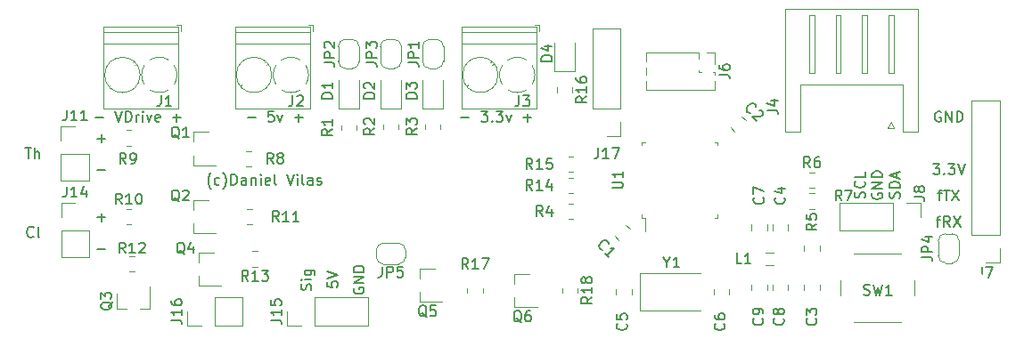
<source format=gbr>
G04 #@! TF.GenerationSoftware,KiCad,Pcbnew,5.1.10-88a1d61d58~90~ubuntu21.04.1*
G04 #@! TF.CreationDate,2021-10-08T15:28:45+02:00*
G04 #@! TF.ProjectId,DccDecoder,44636344-6563-46f6-9465-722e6b696361,rev?*
G04 #@! TF.SameCoordinates,Original*
G04 #@! TF.FileFunction,Legend,Top*
G04 #@! TF.FilePolarity,Positive*
%FSLAX46Y46*%
G04 Gerber Fmt 4.6, Leading zero omitted, Abs format (unit mm)*
G04 Created by KiCad (PCBNEW 5.1.10-88a1d61d58~90~ubuntu21.04.1) date 2021-10-08 15:28:45*
%MOMM*%
%LPD*%
G01*
G04 APERTURE LIST*
%ADD10C,0.150000*%
%ADD11C,0.120000*%
%ADD12O,1.000000X1.000000*%
%ADD13R,1.000000X1.000000*%
%ADD14R,0.900000X0.800000*%
%ADD15C,0.100000*%
%ADD16O,1.700000X1.700000*%
%ADD17R,1.700000X1.700000*%
%ADD18R,0.800000X0.900000*%
%ADD19C,4.700000*%
%ADD20R,2.000000X2.400000*%
%ADD21C,2.000000*%
%ADD22R,2.400000X2.400000*%
%ADD23C,2.400000*%
%ADD24O,1.700000X1.950000*%
G04 APERTURE END LIST*
D10*
X53404761Y-65476190D02*
X53452380Y-65333333D01*
X53452380Y-65095238D01*
X53404761Y-65000000D01*
X53357142Y-64952380D01*
X53261904Y-64904761D01*
X53166666Y-64904761D01*
X53071428Y-64952380D01*
X53023809Y-65000000D01*
X52976190Y-65095238D01*
X52928571Y-65285714D01*
X52880952Y-65380952D01*
X52833333Y-65428571D01*
X52738095Y-65476190D01*
X52642857Y-65476190D01*
X52547619Y-65428571D01*
X52500000Y-65380952D01*
X52452380Y-65285714D01*
X52452380Y-65047619D01*
X52500000Y-64904761D01*
X53452380Y-64476190D02*
X52785714Y-64476190D01*
X52452380Y-64476190D02*
X52500000Y-64523809D01*
X52547619Y-64476190D01*
X52500000Y-64428571D01*
X52452380Y-64476190D01*
X52547619Y-64476190D01*
X52785714Y-63571428D02*
X53595238Y-63571428D01*
X53690476Y-63619047D01*
X53738095Y-63666666D01*
X53785714Y-63761904D01*
X53785714Y-63904761D01*
X53738095Y-64000000D01*
X53404761Y-63571428D02*
X53452380Y-63666666D01*
X53452380Y-63857142D01*
X53404761Y-63952380D01*
X53357142Y-64000000D01*
X53261904Y-64047619D01*
X52976190Y-64047619D01*
X52880952Y-64000000D01*
X52833333Y-63952380D01*
X52785714Y-63857142D01*
X52785714Y-63666666D01*
X52833333Y-63571428D01*
X54952380Y-64690476D02*
X54952380Y-65166666D01*
X55428571Y-65214285D01*
X55380952Y-65166666D01*
X55333333Y-65071428D01*
X55333333Y-64833333D01*
X55380952Y-64738095D01*
X55428571Y-64690476D01*
X55523809Y-64642857D01*
X55761904Y-64642857D01*
X55857142Y-64690476D01*
X55904761Y-64738095D01*
X55952380Y-64833333D01*
X55952380Y-65071428D01*
X55904761Y-65166666D01*
X55857142Y-65214285D01*
X54952380Y-64357142D02*
X55952380Y-64023809D01*
X54952380Y-63690476D01*
X57500000Y-65261904D02*
X57452380Y-65357142D01*
X57452380Y-65500000D01*
X57500000Y-65642857D01*
X57595238Y-65738095D01*
X57690476Y-65785714D01*
X57880952Y-65833333D01*
X58023809Y-65833333D01*
X58214285Y-65785714D01*
X58309523Y-65738095D01*
X58404761Y-65642857D01*
X58452380Y-65500000D01*
X58452380Y-65404761D01*
X58404761Y-65261904D01*
X58357142Y-65214285D01*
X58023809Y-65214285D01*
X58023809Y-65404761D01*
X58452380Y-64785714D02*
X57452380Y-64785714D01*
X58452380Y-64214285D01*
X57452380Y-64214285D01*
X58452380Y-63738095D02*
X57452380Y-63738095D01*
X57452380Y-63500000D01*
X57500000Y-63357142D01*
X57595238Y-63261904D01*
X57690476Y-63214285D01*
X57880952Y-63166666D01*
X58023809Y-63166666D01*
X58214285Y-63214285D01*
X58309523Y-63261904D01*
X58404761Y-63357142D01*
X58452380Y-63500000D01*
X58452380Y-63738095D01*
X33119047Y-61571428D02*
X33880952Y-61571428D01*
X33119047Y-54071428D02*
X33880952Y-54071428D01*
X33119047Y-58571428D02*
X33880952Y-58571428D01*
X33500000Y-58952380D02*
X33500000Y-58190476D01*
X33119047Y-51071428D02*
X33880952Y-51071428D01*
X33500000Y-51452380D02*
X33500000Y-50690476D01*
X27047619Y-60357142D02*
X27000000Y-60404761D01*
X26857142Y-60452380D01*
X26761904Y-60452380D01*
X26619047Y-60404761D01*
X26523809Y-60309523D01*
X26476190Y-60214285D01*
X26428571Y-60023809D01*
X26428571Y-59880952D01*
X26476190Y-59690476D01*
X26523809Y-59595238D01*
X26619047Y-59500000D01*
X26761904Y-59452380D01*
X26857142Y-59452380D01*
X27000000Y-59500000D01*
X27047619Y-59547619D01*
X27619047Y-60452380D02*
X27523809Y-60404761D01*
X27476190Y-60309523D01*
X27476190Y-59452380D01*
X26261904Y-51952380D02*
X26833333Y-51952380D01*
X26547619Y-52952380D02*
X26547619Y-51952380D01*
X27166666Y-52952380D02*
X27166666Y-51952380D01*
X27595238Y-52952380D02*
X27595238Y-52428571D01*
X27547619Y-52333333D01*
X27452380Y-52285714D01*
X27309523Y-52285714D01*
X27214285Y-52333333D01*
X27166666Y-52380952D01*
X106004761Y-56690476D02*
X106052380Y-56547619D01*
X106052380Y-56309523D01*
X106004761Y-56214285D01*
X105957142Y-56166666D01*
X105861904Y-56119047D01*
X105766666Y-56119047D01*
X105671428Y-56166666D01*
X105623809Y-56214285D01*
X105576190Y-56309523D01*
X105528571Y-56500000D01*
X105480952Y-56595238D01*
X105433333Y-56642857D01*
X105338095Y-56690476D01*
X105242857Y-56690476D01*
X105147619Y-56642857D01*
X105100000Y-56595238D01*
X105052380Y-56500000D01*
X105052380Y-56261904D01*
X105100000Y-56119047D01*
X105957142Y-55119047D02*
X106004761Y-55166666D01*
X106052380Y-55309523D01*
X106052380Y-55404761D01*
X106004761Y-55547619D01*
X105909523Y-55642857D01*
X105814285Y-55690476D01*
X105623809Y-55738095D01*
X105480952Y-55738095D01*
X105290476Y-55690476D01*
X105195238Y-55642857D01*
X105100000Y-55547619D01*
X105052380Y-55404761D01*
X105052380Y-55309523D01*
X105100000Y-55166666D01*
X105147619Y-55119047D01*
X106052380Y-54214285D02*
X106052380Y-54690476D01*
X105052380Y-54690476D01*
X106750000Y-56261904D02*
X106702380Y-56357142D01*
X106702380Y-56500000D01*
X106750000Y-56642857D01*
X106845238Y-56738095D01*
X106940476Y-56785714D01*
X107130952Y-56833333D01*
X107273809Y-56833333D01*
X107464285Y-56785714D01*
X107559523Y-56738095D01*
X107654761Y-56642857D01*
X107702380Y-56500000D01*
X107702380Y-56404761D01*
X107654761Y-56261904D01*
X107607142Y-56214285D01*
X107273809Y-56214285D01*
X107273809Y-56404761D01*
X107702380Y-55785714D02*
X106702380Y-55785714D01*
X107702380Y-55214285D01*
X106702380Y-55214285D01*
X107702380Y-54738095D02*
X106702380Y-54738095D01*
X106702380Y-54500000D01*
X106750000Y-54357142D01*
X106845238Y-54261904D01*
X106940476Y-54214285D01*
X107130952Y-54166666D01*
X107273809Y-54166666D01*
X107464285Y-54214285D01*
X107559523Y-54261904D01*
X107654761Y-54357142D01*
X107702380Y-54500000D01*
X107702380Y-54738095D01*
X109304761Y-56714285D02*
X109352380Y-56571428D01*
X109352380Y-56333333D01*
X109304761Y-56238095D01*
X109257142Y-56190476D01*
X109161904Y-56142857D01*
X109066666Y-56142857D01*
X108971428Y-56190476D01*
X108923809Y-56238095D01*
X108876190Y-56333333D01*
X108828571Y-56523809D01*
X108780952Y-56619047D01*
X108733333Y-56666666D01*
X108638095Y-56714285D01*
X108542857Y-56714285D01*
X108447619Y-56666666D01*
X108400000Y-56619047D01*
X108352380Y-56523809D01*
X108352380Y-56285714D01*
X108400000Y-56142857D01*
X109352380Y-55714285D02*
X108352380Y-55714285D01*
X108352380Y-55476190D01*
X108400000Y-55333333D01*
X108495238Y-55238095D01*
X108590476Y-55190476D01*
X108780952Y-55142857D01*
X108923809Y-55142857D01*
X109114285Y-55190476D01*
X109209523Y-55238095D01*
X109304761Y-55333333D01*
X109352380Y-55476190D01*
X109352380Y-55714285D01*
X109066666Y-54761904D02*
X109066666Y-54285714D01*
X109352380Y-54857142D02*
X108352380Y-54523809D01*
X109352380Y-54190476D01*
X112833333Y-58785714D02*
X113214285Y-58785714D01*
X112976190Y-59452380D02*
X112976190Y-58595238D01*
X113023809Y-58500000D01*
X113119047Y-58452380D01*
X113214285Y-58452380D01*
X114119047Y-59452380D02*
X113785714Y-58976190D01*
X113547619Y-59452380D02*
X113547619Y-58452380D01*
X113928571Y-58452380D01*
X114023809Y-58500000D01*
X114071428Y-58547619D01*
X114119047Y-58642857D01*
X114119047Y-58785714D01*
X114071428Y-58880952D01*
X114023809Y-58928571D01*
X113928571Y-58976190D01*
X113547619Y-58976190D01*
X114452380Y-58452380D02*
X115119047Y-59452380D01*
X115119047Y-58452380D02*
X114452380Y-59452380D01*
X112952380Y-56285714D02*
X113333333Y-56285714D01*
X113095238Y-56952380D02*
X113095238Y-56095238D01*
X113142857Y-56000000D01*
X113238095Y-55952380D01*
X113333333Y-55952380D01*
X113523809Y-55952380D02*
X114095238Y-55952380D01*
X113809523Y-56952380D02*
X113809523Y-55952380D01*
X114333333Y-55952380D02*
X115000000Y-56952380D01*
X115000000Y-55952380D02*
X114333333Y-56952380D01*
X112523809Y-53452380D02*
X113142857Y-53452380D01*
X112809523Y-53833333D01*
X112952380Y-53833333D01*
X113047619Y-53880952D01*
X113095238Y-53928571D01*
X113142857Y-54023809D01*
X113142857Y-54261904D01*
X113095238Y-54357142D01*
X113047619Y-54404761D01*
X112952380Y-54452380D01*
X112666666Y-54452380D01*
X112571428Y-54404761D01*
X112523809Y-54357142D01*
X113571428Y-54357142D02*
X113619047Y-54404761D01*
X113571428Y-54452380D01*
X113523809Y-54404761D01*
X113571428Y-54357142D01*
X113571428Y-54452380D01*
X113952380Y-53452380D02*
X114571428Y-53452380D01*
X114238095Y-53833333D01*
X114380952Y-53833333D01*
X114476190Y-53880952D01*
X114523809Y-53928571D01*
X114571428Y-54023809D01*
X114571428Y-54261904D01*
X114523809Y-54357142D01*
X114476190Y-54404761D01*
X114380952Y-54452380D01*
X114095238Y-54452380D01*
X114000000Y-54404761D01*
X113952380Y-54357142D01*
X114857142Y-53452380D02*
X115190476Y-54452380D01*
X115523809Y-53452380D01*
X113238095Y-48500000D02*
X113142857Y-48452380D01*
X113000000Y-48452380D01*
X112857142Y-48500000D01*
X112761904Y-48595238D01*
X112714285Y-48690476D01*
X112666666Y-48880952D01*
X112666666Y-49023809D01*
X112714285Y-49214285D01*
X112761904Y-49309523D01*
X112857142Y-49404761D01*
X113000000Y-49452380D01*
X113095238Y-49452380D01*
X113238095Y-49404761D01*
X113285714Y-49357142D01*
X113285714Y-49023809D01*
X113095238Y-49023809D01*
X113714285Y-49452380D02*
X113714285Y-48452380D01*
X114285714Y-49452380D01*
X114285714Y-48452380D01*
X114761904Y-49452380D02*
X114761904Y-48452380D01*
X115000000Y-48452380D01*
X115142857Y-48500000D01*
X115238095Y-48595238D01*
X115285714Y-48690476D01*
X115333333Y-48880952D01*
X115333333Y-49023809D01*
X115285714Y-49214285D01*
X115238095Y-49309523D01*
X115142857Y-49404761D01*
X115000000Y-49452380D01*
X114761904Y-49452380D01*
X67666666Y-49071428D02*
X68428571Y-49071428D01*
X69571428Y-48452380D02*
X70190476Y-48452380D01*
X69857142Y-48833333D01*
X70000000Y-48833333D01*
X70095238Y-48880952D01*
X70142857Y-48928571D01*
X70190476Y-49023809D01*
X70190476Y-49261904D01*
X70142857Y-49357142D01*
X70095238Y-49404761D01*
X70000000Y-49452380D01*
X69714285Y-49452380D01*
X69619047Y-49404761D01*
X69571428Y-49357142D01*
X70619047Y-49357142D02*
X70666666Y-49404761D01*
X70619047Y-49452380D01*
X70571428Y-49404761D01*
X70619047Y-49357142D01*
X70619047Y-49452380D01*
X71000000Y-48452380D02*
X71619047Y-48452380D01*
X71285714Y-48833333D01*
X71428571Y-48833333D01*
X71523809Y-48880952D01*
X71571428Y-48928571D01*
X71619047Y-49023809D01*
X71619047Y-49261904D01*
X71571428Y-49357142D01*
X71523809Y-49404761D01*
X71428571Y-49452380D01*
X71142857Y-49452380D01*
X71047619Y-49404761D01*
X71000000Y-49357142D01*
X71952380Y-48785714D02*
X72190476Y-49452380D01*
X72428571Y-48785714D01*
X73571428Y-49071428D02*
X74333333Y-49071428D01*
X73952380Y-49452380D02*
X73952380Y-48690476D01*
X43928571Y-55833333D02*
X43880952Y-55785714D01*
X43785714Y-55642857D01*
X43738095Y-55547619D01*
X43690476Y-55404761D01*
X43642857Y-55166666D01*
X43642857Y-54976190D01*
X43690476Y-54738095D01*
X43738095Y-54595238D01*
X43785714Y-54500000D01*
X43880952Y-54357142D01*
X43928571Y-54309523D01*
X44738095Y-55404761D02*
X44642857Y-55452380D01*
X44452380Y-55452380D01*
X44357142Y-55404761D01*
X44309523Y-55357142D01*
X44261904Y-55261904D01*
X44261904Y-54976190D01*
X44309523Y-54880952D01*
X44357142Y-54833333D01*
X44452380Y-54785714D01*
X44642857Y-54785714D01*
X44738095Y-54833333D01*
X45071428Y-55833333D02*
X45119047Y-55785714D01*
X45214285Y-55642857D01*
X45261904Y-55547619D01*
X45309523Y-55404761D01*
X45357142Y-55166666D01*
X45357142Y-54976190D01*
X45309523Y-54738095D01*
X45261904Y-54595238D01*
X45214285Y-54500000D01*
X45119047Y-54357142D01*
X45071428Y-54309523D01*
X45833333Y-55452380D02*
X45833333Y-54452380D01*
X46071428Y-54452380D01*
X46214285Y-54500000D01*
X46309523Y-54595238D01*
X46357142Y-54690476D01*
X46404761Y-54880952D01*
X46404761Y-55023809D01*
X46357142Y-55214285D01*
X46309523Y-55309523D01*
X46214285Y-55404761D01*
X46071428Y-55452380D01*
X45833333Y-55452380D01*
X47261904Y-55452380D02*
X47261904Y-54928571D01*
X47214285Y-54833333D01*
X47119047Y-54785714D01*
X46928571Y-54785714D01*
X46833333Y-54833333D01*
X47261904Y-55404761D02*
X47166666Y-55452380D01*
X46928571Y-55452380D01*
X46833333Y-55404761D01*
X46785714Y-55309523D01*
X46785714Y-55214285D01*
X46833333Y-55119047D01*
X46928571Y-55071428D01*
X47166666Y-55071428D01*
X47261904Y-55023809D01*
X47738095Y-54785714D02*
X47738095Y-55452380D01*
X47738095Y-54880952D02*
X47785714Y-54833333D01*
X47880952Y-54785714D01*
X48023809Y-54785714D01*
X48119047Y-54833333D01*
X48166666Y-54928571D01*
X48166666Y-55452380D01*
X48642857Y-55452380D02*
X48642857Y-54785714D01*
X48642857Y-54452380D02*
X48595238Y-54500000D01*
X48642857Y-54547619D01*
X48690476Y-54500000D01*
X48642857Y-54452380D01*
X48642857Y-54547619D01*
X49500000Y-55404761D02*
X49404761Y-55452380D01*
X49214285Y-55452380D01*
X49119047Y-55404761D01*
X49071428Y-55309523D01*
X49071428Y-54928571D01*
X49119047Y-54833333D01*
X49214285Y-54785714D01*
X49404761Y-54785714D01*
X49500000Y-54833333D01*
X49547619Y-54928571D01*
X49547619Y-55023809D01*
X49071428Y-55119047D01*
X50119047Y-55452380D02*
X50023809Y-55404761D01*
X49976190Y-55309523D01*
X49976190Y-54452380D01*
X51119047Y-54452380D02*
X51452380Y-55452380D01*
X51785714Y-54452380D01*
X52119047Y-55452380D02*
X52119047Y-54785714D01*
X52119047Y-54452380D02*
X52071428Y-54500000D01*
X52119047Y-54547619D01*
X52166666Y-54500000D01*
X52119047Y-54452380D01*
X52119047Y-54547619D01*
X52738095Y-55452380D02*
X52642857Y-55404761D01*
X52595238Y-55309523D01*
X52595238Y-54452380D01*
X53547619Y-55452380D02*
X53547619Y-54928571D01*
X53500000Y-54833333D01*
X53404761Y-54785714D01*
X53214285Y-54785714D01*
X53119047Y-54833333D01*
X53547619Y-55404761D02*
X53452380Y-55452380D01*
X53214285Y-55452380D01*
X53119047Y-55404761D01*
X53071428Y-55309523D01*
X53071428Y-55214285D01*
X53119047Y-55119047D01*
X53214285Y-55071428D01*
X53452380Y-55071428D01*
X53547619Y-55023809D01*
X53976190Y-55404761D02*
X54071428Y-55452380D01*
X54261904Y-55452380D01*
X54357142Y-55404761D01*
X54404761Y-55309523D01*
X54404761Y-55261904D01*
X54357142Y-55166666D01*
X54261904Y-55119047D01*
X54119047Y-55119047D01*
X54023809Y-55071428D01*
X53976190Y-54976190D01*
X53976190Y-54928571D01*
X54023809Y-54833333D01*
X54119047Y-54785714D01*
X54261904Y-54785714D01*
X54357142Y-54833333D01*
X47380952Y-49071428D02*
X48142857Y-49071428D01*
X49857142Y-48452380D02*
X49380952Y-48452380D01*
X49333333Y-48928571D01*
X49380952Y-48880952D01*
X49476190Y-48833333D01*
X49714285Y-48833333D01*
X49809523Y-48880952D01*
X49857142Y-48928571D01*
X49904761Y-49023809D01*
X49904761Y-49261904D01*
X49857142Y-49357142D01*
X49809523Y-49404761D01*
X49714285Y-49452380D01*
X49476190Y-49452380D01*
X49380952Y-49404761D01*
X49333333Y-49357142D01*
X50238095Y-48785714D02*
X50476190Y-49452380D01*
X50714285Y-48785714D01*
X51857142Y-49071428D02*
X52619047Y-49071428D01*
X52238095Y-49452380D02*
X52238095Y-48690476D01*
X32952380Y-49071428D02*
X33714285Y-49071428D01*
X34809523Y-48452380D02*
X35142857Y-49452380D01*
X35476190Y-48452380D01*
X35809523Y-49452380D02*
X35809523Y-48452380D01*
X36047619Y-48452380D01*
X36190476Y-48500000D01*
X36285714Y-48595238D01*
X36333333Y-48690476D01*
X36380952Y-48880952D01*
X36380952Y-49023809D01*
X36333333Y-49214285D01*
X36285714Y-49309523D01*
X36190476Y-49404761D01*
X36047619Y-49452380D01*
X35809523Y-49452380D01*
X36809523Y-49452380D02*
X36809523Y-48785714D01*
X36809523Y-48976190D02*
X36857142Y-48880952D01*
X36904761Y-48833333D01*
X37000000Y-48785714D01*
X37095238Y-48785714D01*
X37428571Y-49452380D02*
X37428571Y-48785714D01*
X37428571Y-48452380D02*
X37380952Y-48500000D01*
X37428571Y-48547619D01*
X37476190Y-48500000D01*
X37428571Y-48452380D01*
X37428571Y-48547619D01*
X37809523Y-48785714D02*
X38047619Y-49452380D01*
X38285714Y-48785714D01*
X39047619Y-49404761D02*
X38952380Y-49452380D01*
X38761904Y-49452380D01*
X38666666Y-49404761D01*
X38619047Y-49309523D01*
X38619047Y-48928571D01*
X38666666Y-48833333D01*
X38761904Y-48785714D01*
X38952380Y-48785714D01*
X39047619Y-48833333D01*
X39095238Y-48928571D01*
X39095238Y-49023809D01*
X38619047Y-49119047D01*
X40285714Y-49071428D02*
X41047619Y-49071428D01*
X40666666Y-49452380D02*
X40666666Y-48690476D01*
D11*
X91800000Y-42870000D02*
X91800000Y-44000000D01*
X91040000Y-42870000D02*
X91800000Y-42870000D01*
X91735000Y-45577530D02*
X91735000Y-46400000D01*
X91735000Y-44760000D02*
X91735000Y-44962470D01*
X91603471Y-44760000D02*
X91735000Y-44760000D01*
X90333471Y-44760000D02*
X90476529Y-44760000D01*
X90280000Y-44563471D02*
X90280000Y-44706529D01*
X90280000Y-42870000D02*
X90280000Y-43436529D01*
X91735000Y-46400000D02*
X85265000Y-46400000D01*
X90280000Y-42870000D02*
X85265000Y-42870000D01*
X85265000Y-44307530D02*
X85265000Y-44962470D01*
X85265000Y-45577530D02*
X85265000Y-46400000D01*
X85265000Y-42870000D02*
X85265000Y-43692470D01*
X47727064Y-53735000D02*
X47272936Y-53735000D01*
X47727064Y-52265000D02*
X47272936Y-52265000D01*
X64040000Y-45500000D02*
X64040000Y-48185000D01*
X64040000Y-48185000D02*
X65960000Y-48185000D01*
X65960000Y-48185000D02*
X65960000Y-45500000D01*
X78735000Y-65272936D02*
X78735000Y-65727064D01*
X77265000Y-65272936D02*
X77265000Y-65727064D01*
X68265000Y-65727064D02*
X68265000Y-65272936D01*
X69735000Y-65727064D02*
X69735000Y-65272936D01*
X78235000Y-46185436D02*
X78235000Y-46639564D01*
X76765000Y-46185436D02*
X76765000Y-46639564D01*
X77860436Y-52765000D02*
X78314564Y-52765000D01*
X77860436Y-54235000D02*
X78314564Y-54235000D01*
X77860436Y-54765000D02*
X78314564Y-54765000D01*
X77860436Y-56235000D02*
X78314564Y-56235000D01*
X48314564Y-63235000D02*
X47860436Y-63235000D01*
X48314564Y-61765000D02*
X47860436Y-61765000D01*
X36639564Y-63735000D02*
X36185436Y-63735000D01*
X36639564Y-62265000D02*
X36185436Y-62265000D01*
X47814564Y-59235000D02*
X47360436Y-59235000D01*
X47814564Y-57765000D02*
X47360436Y-57765000D01*
X35860436Y-57765000D02*
X36314564Y-57765000D01*
X35860436Y-59235000D02*
X36314564Y-59235000D01*
X35860436Y-50265000D02*
X36314564Y-50265000D01*
X35860436Y-51735000D02*
X36314564Y-51735000D01*
X100772936Y-56265000D02*
X101227064Y-56265000D01*
X100772936Y-57735000D02*
X101227064Y-57735000D01*
X100772936Y-55735000D02*
X101227064Y-55735000D01*
X100772936Y-54265000D02*
X101227064Y-54265000D01*
X101735000Y-61272936D02*
X101735000Y-61727064D01*
X100265000Y-61272936D02*
X100265000Y-61727064D01*
X78314564Y-58735000D02*
X77860436Y-58735000D01*
X78314564Y-57265000D02*
X77860436Y-57265000D01*
X65735000Y-49685436D02*
X65735000Y-50139564D01*
X64265000Y-49685436D02*
X64265000Y-50139564D01*
X61735000Y-49685436D02*
X61735000Y-50139564D01*
X60265000Y-49685436D02*
X60265000Y-50139564D01*
X57735000Y-49772936D02*
X57735000Y-50227064D01*
X56265000Y-49772936D02*
X56265000Y-50227064D01*
X96600378Y-61940000D02*
X97399622Y-61940000D01*
X96600378Y-63060000D02*
X97399622Y-63060000D01*
X76540000Y-41937500D02*
X76540000Y-44622500D01*
X76540000Y-44622500D02*
X78460000Y-44622500D01*
X78460000Y-44622500D02*
X78460000Y-41937500D01*
X60040000Y-45500000D02*
X60040000Y-48185000D01*
X60040000Y-48185000D02*
X61960000Y-48185000D01*
X61960000Y-48185000D02*
X61960000Y-45500000D01*
X56040000Y-45500000D02*
X56040000Y-48185000D01*
X56040000Y-48185000D02*
X57960000Y-48185000D01*
X57960000Y-48185000D02*
X57960000Y-45500000D01*
X96735000Y-64938748D02*
X96735000Y-65461252D01*
X95265000Y-64938748D02*
X95265000Y-65461252D01*
X98735000Y-64938748D02*
X98735000Y-65461252D01*
X97265000Y-64938748D02*
X97265000Y-65461252D01*
X95265000Y-59761252D02*
X95265000Y-59238748D01*
X96735000Y-59761252D02*
X96735000Y-59238748D01*
X91657000Y-65917252D02*
X91657000Y-65394748D01*
X93127000Y-65917252D02*
X93127000Y-65394748D01*
X82386000Y-65917252D02*
X82386000Y-65394748D01*
X83856000Y-65917252D02*
X83856000Y-65394748D01*
X97265000Y-59761252D02*
X97265000Y-59238748D01*
X98735000Y-59761252D02*
X98735000Y-59238748D01*
X101735000Y-64938748D02*
X101735000Y-65461252D01*
X100265000Y-64938748D02*
X100265000Y-65461252D01*
X93665010Y-50366457D02*
X93295543Y-49996990D01*
X94704457Y-49327010D02*
X94334990Y-48957543D01*
X83334990Y-59295543D02*
X83704457Y-59665010D01*
X82295543Y-60334990D02*
X82665010Y-60704457D01*
X92065000Y-51686000D02*
X92065000Y-51386000D01*
X92065000Y-51386000D02*
X91765000Y-51386000D01*
X92065000Y-58306000D02*
X92065000Y-58606000D01*
X92065000Y-58606000D02*
X91765000Y-58606000D01*
X84845000Y-51686000D02*
X84845000Y-51386000D01*
X84845000Y-51386000D02*
X85145000Y-51386000D01*
X84845000Y-58306000D02*
X84845000Y-58606000D01*
X84845000Y-58606000D02*
X85145000Y-58606000D01*
X85145000Y-58606000D02*
X85145000Y-59921000D01*
X72740000Y-63920000D02*
X74200000Y-63920000D01*
X72740000Y-67080000D02*
X74900000Y-67080000D01*
X72740000Y-67080000D02*
X72740000Y-66150000D01*
X72740000Y-63920000D02*
X72740000Y-64850000D01*
X63740000Y-63420000D02*
X65200000Y-63420000D01*
X63740000Y-66580000D02*
X65900000Y-66580000D01*
X63740000Y-66580000D02*
X63740000Y-65650000D01*
X63740000Y-63420000D02*
X63740000Y-64350000D01*
X61700000Y-63000000D02*
X60300000Y-63000000D01*
X59600000Y-62300000D02*
X59600000Y-61700000D01*
X60300000Y-61000000D02*
X61700000Y-61000000D01*
X62400000Y-61700000D02*
X62400000Y-62300000D01*
X62400000Y-62300000D02*
G75*
G02*
X61700000Y-63000000I-700000J0D01*
G01*
X61700000Y-61000000D02*
G75*
G02*
X62400000Y-61700000I0J-700000D01*
G01*
X59600000Y-61700000D02*
G75*
G02*
X60300000Y-61000000I700000J0D01*
G01*
X60300000Y-63000000D02*
G75*
G02*
X59600000Y-62300000I0J700000D01*
G01*
X82830000Y-50830000D02*
X81500000Y-50830000D01*
X82830000Y-49500000D02*
X82830000Y-50830000D01*
X82830000Y-48230000D02*
X80170000Y-48230000D01*
X80170000Y-48230000D02*
X80170000Y-40550000D01*
X82830000Y-48230000D02*
X82830000Y-40550000D01*
X82830000Y-40550000D02*
X80170000Y-40550000D01*
X34920000Y-67260000D02*
X34920000Y-65800000D01*
X38080000Y-67260000D02*
X38080000Y-65100000D01*
X38080000Y-67260000D02*
X37150000Y-67260000D01*
X34920000Y-67260000D02*
X35850000Y-67260000D01*
X42740000Y-61920000D02*
X44200000Y-61920000D01*
X42740000Y-65080000D02*
X44900000Y-65080000D01*
X42740000Y-65080000D02*
X42740000Y-64150000D01*
X42740000Y-61920000D02*
X42740000Y-62850000D01*
X41670000Y-68830000D02*
X41670000Y-67500000D01*
X43000000Y-68830000D02*
X41670000Y-68830000D01*
X44270000Y-68830000D02*
X44270000Y-66170000D01*
X44270000Y-66170000D02*
X46870000Y-66170000D01*
X44270000Y-68830000D02*
X46870000Y-68830000D01*
X46870000Y-68830000D02*
X46870000Y-66170000D01*
X51130000Y-68830000D02*
X51130000Y-67500000D01*
X52460000Y-68830000D02*
X51130000Y-68830000D01*
X53730000Y-68830000D02*
X53730000Y-66170000D01*
X53730000Y-66170000D02*
X58870000Y-66170000D01*
X53730000Y-68830000D02*
X58870000Y-68830000D01*
X58870000Y-68830000D02*
X58870000Y-66170000D01*
X42240000Y-56920000D02*
X43700000Y-56920000D01*
X42240000Y-60080000D02*
X44400000Y-60080000D01*
X42240000Y-60080000D02*
X42240000Y-59150000D01*
X42240000Y-56920000D02*
X42240000Y-57850000D01*
X29670000Y-57170000D02*
X31000000Y-57170000D01*
X29670000Y-58500000D02*
X29670000Y-57170000D01*
X29670000Y-59770000D02*
X32330000Y-59770000D01*
X32330000Y-59770000D02*
X32330000Y-62370000D01*
X29670000Y-59770000D02*
X29670000Y-62370000D01*
X29670000Y-62370000D02*
X32330000Y-62370000D01*
X29665000Y-49885000D02*
X30995000Y-49885000D01*
X29665000Y-51215000D02*
X29665000Y-49885000D01*
X29665000Y-52485000D02*
X32325000Y-52485000D01*
X32325000Y-52485000D02*
X32325000Y-55085000D01*
X29665000Y-52485000D02*
X29665000Y-55085000D01*
X29665000Y-55085000D02*
X32325000Y-55085000D01*
X42240000Y-50420000D02*
X43700000Y-50420000D01*
X42240000Y-53580000D02*
X44400000Y-53580000D01*
X42240000Y-53580000D02*
X42240000Y-52650000D01*
X42240000Y-50420000D02*
X42240000Y-51350000D01*
X103590000Y-57170000D02*
X103590000Y-59830000D01*
X108730000Y-57170000D02*
X103590000Y-57170000D01*
X108730000Y-59830000D02*
X103590000Y-59830000D01*
X108730000Y-57170000D02*
X108730000Y-59830000D01*
X110000000Y-57170000D02*
X111330000Y-57170000D01*
X111330000Y-57170000D02*
X111330000Y-58500000D01*
X115000000Y-60800000D02*
X115000000Y-62200000D01*
X114300000Y-62900000D02*
X113700000Y-62900000D01*
X113000000Y-62200000D02*
X113000000Y-60800000D01*
X113700000Y-60100000D02*
X114300000Y-60100000D01*
X114300000Y-60100000D02*
G75*
G02*
X115000000Y-60800000I0J-700000D01*
G01*
X113000000Y-60800000D02*
G75*
G02*
X113700000Y-60100000I700000J0D01*
G01*
X113700000Y-62900000D02*
G75*
G02*
X113000000Y-62200000I0J700000D01*
G01*
X115000000Y-62200000D02*
G75*
G02*
X114300000Y-62900000I-700000J0D01*
G01*
X118830000Y-62830000D02*
X117500000Y-62830000D01*
X118830000Y-61500000D02*
X118830000Y-62830000D01*
X118830000Y-60230000D02*
X116170000Y-60230000D01*
X116170000Y-60230000D02*
X116170000Y-47470000D01*
X118830000Y-60230000D02*
X118830000Y-47470000D01*
X118830000Y-47470000D02*
X116170000Y-47470000D01*
X84643000Y-67456000D02*
X90393000Y-67456000D01*
X84643000Y-63856000D02*
X84643000Y-67456000D01*
X90393000Y-63856000D02*
X84643000Y-63856000D01*
X110750000Y-66000000D02*
X110750000Y-64500000D01*
X109500000Y-62000000D02*
X105000000Y-62000000D01*
X103750000Y-64500000D02*
X103750000Y-66000000D01*
X105000000Y-68500000D02*
X109500000Y-68500000D01*
X37180000Y-45000000D02*
G75*
G03*
X37180000Y-45000000I-1680000J0D01*
G01*
X40810000Y-40900000D02*
X33690000Y-40900000D01*
X40810000Y-42000000D02*
X33690000Y-42000000D01*
X40810000Y-48160000D02*
X33690000Y-48160000D01*
X40810000Y-40440000D02*
X33690000Y-40440000D01*
X40810000Y-48160000D02*
X40810000Y-40440000D01*
X33690000Y-48160000D02*
X33690000Y-40440000D01*
X34225000Y-46069000D02*
X34354000Y-45941000D01*
X36475000Y-43819000D02*
X36569000Y-43726000D01*
X34430000Y-46275000D02*
X34524000Y-46181000D01*
X36645000Y-44059000D02*
X36774000Y-43931000D01*
X41050000Y-40840000D02*
X41050000Y-40200000D01*
X41050000Y-40200000D02*
X40650000Y-40200000D01*
X38109736Y-43575279D02*
G75*
G02*
X39000000Y-43320000I890264J-1424721D01*
G01*
X37574495Y-45890193D02*
G75*
G02*
X37575000Y-44109000I1425505J890193D01*
G01*
X39889894Y-46425358D02*
G75*
G02*
X38134000Y-46440000I-889894J1425358D01*
G01*
X40425358Y-44110106D02*
G75*
G02*
X40440000Y-45866000I-1425358J-889894D01*
G01*
X38971326Y-43319901D02*
G75*
G02*
X39866000Y-43560000I28674J-1680099D01*
G01*
X71180000Y-45000000D02*
G75*
G03*
X71180000Y-45000000I-1680000J0D01*
G01*
X74810000Y-40900000D02*
X67690000Y-40900000D01*
X74810000Y-42000000D02*
X67690000Y-42000000D01*
X74810000Y-48160000D02*
X67690000Y-48160000D01*
X74810000Y-40440000D02*
X67690000Y-40440000D01*
X74810000Y-48160000D02*
X74810000Y-40440000D01*
X67690000Y-48160000D02*
X67690000Y-40440000D01*
X68225000Y-46069000D02*
X68354000Y-45941000D01*
X70475000Y-43819000D02*
X70569000Y-43726000D01*
X68430000Y-46275000D02*
X68524000Y-46181000D01*
X70645000Y-44059000D02*
X70774000Y-43931000D01*
X75050000Y-40840000D02*
X75050000Y-40200000D01*
X75050000Y-40200000D02*
X74650000Y-40200000D01*
X72109736Y-43575279D02*
G75*
G02*
X73000000Y-43320000I890264J-1424721D01*
G01*
X71574495Y-45890193D02*
G75*
G02*
X71575000Y-44109000I1425505J890193D01*
G01*
X73889894Y-46425358D02*
G75*
G02*
X72134000Y-46440000I-889894J1425358D01*
G01*
X74425358Y-44110106D02*
G75*
G02*
X74440000Y-45866000I-1425358J-889894D01*
G01*
X72971326Y-43319901D02*
G75*
G02*
X73866000Y-43560000I28674J-1680099D01*
G01*
X49680000Y-45000000D02*
G75*
G03*
X49680000Y-45000000I-1680000J0D01*
G01*
X53310000Y-40900000D02*
X46190000Y-40900000D01*
X53310000Y-42000000D02*
X46190000Y-42000000D01*
X53310000Y-48160000D02*
X46190000Y-48160000D01*
X53310000Y-40440000D02*
X46190000Y-40440000D01*
X53310000Y-48160000D02*
X53310000Y-40440000D01*
X46190000Y-48160000D02*
X46190000Y-40440000D01*
X46725000Y-46069000D02*
X46854000Y-45941000D01*
X48975000Y-43819000D02*
X49069000Y-43726000D01*
X46930000Y-46275000D02*
X47024000Y-46181000D01*
X49145000Y-44059000D02*
X49274000Y-43931000D01*
X53550000Y-40840000D02*
X53550000Y-40200000D01*
X53550000Y-40200000D02*
X53150000Y-40200000D01*
X50609736Y-43575279D02*
G75*
G02*
X51500000Y-43320000I890264J-1424721D01*
G01*
X50074495Y-45890193D02*
G75*
G02*
X50075000Y-44109000I1425505J890193D01*
G01*
X52389894Y-46425358D02*
G75*
G02*
X50634000Y-46440000I-889894J1425358D01*
G01*
X52925358Y-44110106D02*
G75*
G02*
X52940000Y-45866000I-1425358J-889894D01*
G01*
X51471326Y-43319901D02*
G75*
G02*
X52366000Y-43560000I28674J-1680099D01*
G01*
X104750000Y-38690000D02*
X111060000Y-38690000D01*
X111060000Y-38690000D02*
X111060000Y-50410000D01*
X111060000Y-50410000D02*
X109640000Y-50410000D01*
X109640000Y-50410000D02*
X109640000Y-45910000D01*
X109640000Y-45910000D02*
X104750000Y-45910000D01*
X104750000Y-38690000D02*
X98440000Y-38690000D01*
X98440000Y-38690000D02*
X98440000Y-50410000D01*
X98440000Y-50410000D02*
X99860000Y-50410000D01*
X99860000Y-50410000D02*
X99860000Y-45910000D01*
X99860000Y-45910000D02*
X104750000Y-45910000D01*
X108750000Y-44800000D02*
X108750000Y-39300000D01*
X108750000Y-39300000D02*
X108250000Y-39300000D01*
X108250000Y-39300000D02*
X108250000Y-44800000D01*
X108250000Y-44800000D02*
X108750000Y-44800000D01*
X106250000Y-44800000D02*
X106250000Y-39300000D01*
X106250000Y-39300000D02*
X105750000Y-39300000D01*
X105750000Y-39300000D02*
X105750000Y-44800000D01*
X105750000Y-44800000D02*
X106250000Y-44800000D01*
X103750000Y-44800000D02*
X103750000Y-39300000D01*
X103750000Y-39300000D02*
X103250000Y-39300000D01*
X103250000Y-39300000D02*
X103250000Y-44800000D01*
X103250000Y-44800000D02*
X103750000Y-44800000D01*
X101250000Y-44800000D02*
X101250000Y-39300000D01*
X101250000Y-39300000D02*
X100750000Y-39300000D01*
X100750000Y-39300000D02*
X100750000Y-44800000D01*
X100750000Y-44800000D02*
X101250000Y-44800000D01*
X108500000Y-49500000D02*
X108800000Y-50100000D01*
X108800000Y-50100000D02*
X108200000Y-50100000D01*
X108200000Y-50100000D02*
X108500000Y-49500000D01*
X60000000Y-43700000D02*
X60000000Y-42300000D01*
X60700000Y-41600000D02*
X61300000Y-41600000D01*
X62000000Y-42300000D02*
X62000000Y-43700000D01*
X61300000Y-44400000D02*
X60700000Y-44400000D01*
X60000000Y-42300000D02*
G75*
G02*
X60700000Y-41600000I700000J0D01*
G01*
X61300000Y-41600000D02*
G75*
G02*
X62000000Y-42300000I0J-700000D01*
G01*
X62000000Y-43700000D02*
G75*
G02*
X61300000Y-44400000I-700000J0D01*
G01*
X60700000Y-44400000D02*
G75*
G02*
X60000000Y-43700000I0J700000D01*
G01*
X56000000Y-43700000D02*
X56000000Y-42300000D01*
X56700000Y-41600000D02*
X57300000Y-41600000D01*
X58000000Y-42300000D02*
X58000000Y-43700000D01*
X57300000Y-44400000D02*
X56700000Y-44400000D01*
X56000000Y-42300000D02*
G75*
G02*
X56700000Y-41600000I700000J0D01*
G01*
X57300000Y-41600000D02*
G75*
G02*
X58000000Y-42300000I0J-700000D01*
G01*
X58000000Y-43700000D02*
G75*
G02*
X57300000Y-44400000I-700000J0D01*
G01*
X56700000Y-44400000D02*
G75*
G02*
X56000000Y-43700000I0J700000D01*
G01*
X64000000Y-43700000D02*
X64000000Y-42300000D01*
X64700000Y-41600000D02*
X65300000Y-41600000D01*
X66000000Y-42300000D02*
X66000000Y-43700000D01*
X65300000Y-44400000D02*
X64700000Y-44400000D01*
X64000000Y-42300000D02*
G75*
G02*
X64700000Y-41600000I700000J0D01*
G01*
X65300000Y-41600000D02*
G75*
G02*
X66000000Y-42300000I0J-700000D01*
G01*
X66000000Y-43700000D02*
G75*
G02*
X65300000Y-44400000I-700000J0D01*
G01*
X64700000Y-44400000D02*
G75*
G02*
X64000000Y-43700000I0J700000D01*
G01*
D10*
X92187380Y-44968333D02*
X92901666Y-44968333D01*
X93044523Y-45015952D01*
X93139761Y-45111190D01*
X93187380Y-45254047D01*
X93187380Y-45349285D01*
X92187380Y-44063571D02*
X92187380Y-44254047D01*
X92235000Y-44349285D01*
X92282619Y-44396904D01*
X92425476Y-44492142D01*
X92615952Y-44539761D01*
X92996904Y-44539761D01*
X93092142Y-44492142D01*
X93139761Y-44444523D01*
X93187380Y-44349285D01*
X93187380Y-44158809D01*
X93139761Y-44063571D01*
X93092142Y-44015952D01*
X92996904Y-43968333D01*
X92758809Y-43968333D01*
X92663571Y-44015952D01*
X92615952Y-44063571D01*
X92568333Y-44158809D01*
X92568333Y-44349285D01*
X92615952Y-44444523D01*
X92663571Y-44492142D01*
X92758809Y-44539761D01*
X49833333Y-53452380D02*
X49500000Y-52976190D01*
X49261904Y-53452380D02*
X49261904Y-52452380D01*
X49642857Y-52452380D01*
X49738095Y-52500000D01*
X49785714Y-52547619D01*
X49833333Y-52642857D01*
X49833333Y-52785714D01*
X49785714Y-52880952D01*
X49738095Y-52928571D01*
X49642857Y-52976190D01*
X49261904Y-52976190D01*
X50404761Y-52880952D02*
X50309523Y-52833333D01*
X50261904Y-52785714D01*
X50214285Y-52690476D01*
X50214285Y-52642857D01*
X50261904Y-52547619D01*
X50309523Y-52500000D01*
X50404761Y-52452380D01*
X50595238Y-52452380D01*
X50690476Y-52500000D01*
X50738095Y-52547619D01*
X50785714Y-52642857D01*
X50785714Y-52690476D01*
X50738095Y-52785714D01*
X50690476Y-52833333D01*
X50595238Y-52880952D01*
X50404761Y-52880952D01*
X50309523Y-52928571D01*
X50261904Y-52976190D01*
X50214285Y-53071428D01*
X50214285Y-53261904D01*
X50261904Y-53357142D01*
X50309523Y-53404761D01*
X50404761Y-53452380D01*
X50595238Y-53452380D01*
X50690476Y-53404761D01*
X50738095Y-53357142D01*
X50785714Y-53261904D01*
X50785714Y-53071428D01*
X50738095Y-52976190D01*
X50690476Y-52928571D01*
X50595238Y-52880952D01*
X63452380Y-47238095D02*
X62452380Y-47238095D01*
X62452380Y-47000000D01*
X62500000Y-46857142D01*
X62595238Y-46761904D01*
X62690476Y-46714285D01*
X62880952Y-46666666D01*
X63023809Y-46666666D01*
X63214285Y-46714285D01*
X63309523Y-46761904D01*
X63404761Y-46857142D01*
X63452380Y-47000000D01*
X63452380Y-47238095D01*
X62452380Y-46333333D02*
X62452380Y-45714285D01*
X62833333Y-46047619D01*
X62833333Y-45904761D01*
X62880952Y-45809523D01*
X62928571Y-45761904D01*
X63023809Y-45714285D01*
X63261904Y-45714285D01*
X63357142Y-45761904D01*
X63404761Y-45809523D01*
X63452380Y-45904761D01*
X63452380Y-46190476D01*
X63404761Y-46285714D01*
X63357142Y-46333333D01*
X80102380Y-66142857D02*
X79626190Y-66476190D01*
X80102380Y-66714285D02*
X79102380Y-66714285D01*
X79102380Y-66333333D01*
X79150000Y-66238095D01*
X79197619Y-66190476D01*
X79292857Y-66142857D01*
X79435714Y-66142857D01*
X79530952Y-66190476D01*
X79578571Y-66238095D01*
X79626190Y-66333333D01*
X79626190Y-66714285D01*
X80102380Y-65190476D02*
X80102380Y-65761904D01*
X80102380Y-65476190D02*
X79102380Y-65476190D01*
X79245238Y-65571428D01*
X79340476Y-65666666D01*
X79388095Y-65761904D01*
X79530952Y-64619047D02*
X79483333Y-64714285D01*
X79435714Y-64761904D01*
X79340476Y-64809523D01*
X79292857Y-64809523D01*
X79197619Y-64761904D01*
X79150000Y-64714285D01*
X79102380Y-64619047D01*
X79102380Y-64428571D01*
X79150000Y-64333333D01*
X79197619Y-64285714D01*
X79292857Y-64238095D01*
X79340476Y-64238095D01*
X79435714Y-64285714D01*
X79483333Y-64333333D01*
X79530952Y-64428571D01*
X79530952Y-64619047D01*
X79578571Y-64714285D01*
X79626190Y-64761904D01*
X79721428Y-64809523D01*
X79911904Y-64809523D01*
X80007142Y-64761904D01*
X80054761Y-64714285D01*
X80102380Y-64619047D01*
X80102380Y-64428571D01*
X80054761Y-64333333D01*
X80007142Y-64285714D01*
X79911904Y-64238095D01*
X79721428Y-64238095D01*
X79626190Y-64285714D01*
X79578571Y-64333333D01*
X79530952Y-64428571D01*
X68357142Y-63452380D02*
X68023809Y-62976190D01*
X67785714Y-63452380D02*
X67785714Y-62452380D01*
X68166666Y-62452380D01*
X68261904Y-62500000D01*
X68309523Y-62547619D01*
X68357142Y-62642857D01*
X68357142Y-62785714D01*
X68309523Y-62880952D01*
X68261904Y-62928571D01*
X68166666Y-62976190D01*
X67785714Y-62976190D01*
X69309523Y-63452380D02*
X68738095Y-63452380D01*
X69023809Y-63452380D02*
X69023809Y-62452380D01*
X68928571Y-62595238D01*
X68833333Y-62690476D01*
X68738095Y-62738095D01*
X69642857Y-62452380D02*
X70309523Y-62452380D01*
X69880952Y-63452380D01*
X79602380Y-47055357D02*
X79126190Y-47388690D01*
X79602380Y-47626785D02*
X78602380Y-47626785D01*
X78602380Y-47245833D01*
X78650000Y-47150595D01*
X78697619Y-47102976D01*
X78792857Y-47055357D01*
X78935714Y-47055357D01*
X79030952Y-47102976D01*
X79078571Y-47150595D01*
X79126190Y-47245833D01*
X79126190Y-47626785D01*
X79602380Y-46102976D02*
X79602380Y-46674404D01*
X79602380Y-46388690D02*
X78602380Y-46388690D01*
X78745238Y-46483928D01*
X78840476Y-46579166D01*
X78888095Y-46674404D01*
X78602380Y-45245833D02*
X78602380Y-45436309D01*
X78650000Y-45531547D01*
X78697619Y-45579166D01*
X78840476Y-45674404D01*
X79030952Y-45722023D01*
X79411904Y-45722023D01*
X79507142Y-45674404D01*
X79554761Y-45626785D01*
X79602380Y-45531547D01*
X79602380Y-45341071D01*
X79554761Y-45245833D01*
X79507142Y-45198214D01*
X79411904Y-45150595D01*
X79173809Y-45150595D01*
X79078571Y-45198214D01*
X79030952Y-45245833D01*
X78983333Y-45341071D01*
X78983333Y-45531547D01*
X79030952Y-45626785D01*
X79078571Y-45674404D01*
X79173809Y-45722023D01*
X74444642Y-53952380D02*
X74111309Y-53476190D01*
X73873214Y-53952380D02*
X73873214Y-52952380D01*
X74254166Y-52952380D01*
X74349404Y-53000000D01*
X74397023Y-53047619D01*
X74444642Y-53142857D01*
X74444642Y-53285714D01*
X74397023Y-53380952D01*
X74349404Y-53428571D01*
X74254166Y-53476190D01*
X73873214Y-53476190D01*
X75397023Y-53952380D02*
X74825595Y-53952380D01*
X75111309Y-53952380D02*
X75111309Y-52952380D01*
X75016071Y-53095238D01*
X74920833Y-53190476D01*
X74825595Y-53238095D01*
X76301785Y-52952380D02*
X75825595Y-52952380D01*
X75777976Y-53428571D01*
X75825595Y-53380952D01*
X75920833Y-53333333D01*
X76158928Y-53333333D01*
X76254166Y-53380952D01*
X76301785Y-53428571D01*
X76349404Y-53523809D01*
X76349404Y-53761904D01*
X76301785Y-53857142D01*
X76254166Y-53904761D01*
X76158928Y-53952380D01*
X75920833Y-53952380D01*
X75825595Y-53904761D01*
X75777976Y-53857142D01*
X74444642Y-55952380D02*
X74111309Y-55476190D01*
X73873214Y-55952380D02*
X73873214Y-54952380D01*
X74254166Y-54952380D01*
X74349404Y-55000000D01*
X74397023Y-55047619D01*
X74444642Y-55142857D01*
X74444642Y-55285714D01*
X74397023Y-55380952D01*
X74349404Y-55428571D01*
X74254166Y-55476190D01*
X73873214Y-55476190D01*
X75397023Y-55952380D02*
X74825595Y-55952380D01*
X75111309Y-55952380D02*
X75111309Y-54952380D01*
X75016071Y-55095238D01*
X74920833Y-55190476D01*
X74825595Y-55238095D01*
X76254166Y-55285714D02*
X76254166Y-55952380D01*
X76016071Y-54904761D02*
X75777976Y-55619047D01*
X76397023Y-55619047D01*
X47444642Y-64602380D02*
X47111309Y-64126190D01*
X46873214Y-64602380D02*
X46873214Y-63602380D01*
X47254166Y-63602380D01*
X47349404Y-63650000D01*
X47397023Y-63697619D01*
X47444642Y-63792857D01*
X47444642Y-63935714D01*
X47397023Y-64030952D01*
X47349404Y-64078571D01*
X47254166Y-64126190D01*
X46873214Y-64126190D01*
X48397023Y-64602380D02*
X47825595Y-64602380D01*
X48111309Y-64602380D02*
X48111309Y-63602380D01*
X48016071Y-63745238D01*
X47920833Y-63840476D01*
X47825595Y-63888095D01*
X48730357Y-63602380D02*
X49349404Y-63602380D01*
X49016071Y-63983333D01*
X49158928Y-63983333D01*
X49254166Y-64030952D01*
X49301785Y-64078571D01*
X49349404Y-64173809D01*
X49349404Y-64411904D01*
X49301785Y-64507142D01*
X49254166Y-64554761D01*
X49158928Y-64602380D01*
X48873214Y-64602380D01*
X48777976Y-64554761D01*
X48730357Y-64507142D01*
X35769642Y-61952380D02*
X35436309Y-61476190D01*
X35198214Y-61952380D02*
X35198214Y-60952380D01*
X35579166Y-60952380D01*
X35674404Y-61000000D01*
X35722023Y-61047619D01*
X35769642Y-61142857D01*
X35769642Y-61285714D01*
X35722023Y-61380952D01*
X35674404Y-61428571D01*
X35579166Y-61476190D01*
X35198214Y-61476190D01*
X36722023Y-61952380D02*
X36150595Y-61952380D01*
X36436309Y-61952380D02*
X36436309Y-60952380D01*
X36341071Y-61095238D01*
X36245833Y-61190476D01*
X36150595Y-61238095D01*
X37102976Y-61047619D02*
X37150595Y-61000000D01*
X37245833Y-60952380D01*
X37483928Y-60952380D01*
X37579166Y-61000000D01*
X37626785Y-61047619D01*
X37674404Y-61142857D01*
X37674404Y-61238095D01*
X37626785Y-61380952D01*
X37055357Y-61952380D01*
X37674404Y-61952380D01*
X50357142Y-58952380D02*
X50023809Y-58476190D01*
X49785714Y-58952380D02*
X49785714Y-57952380D01*
X50166666Y-57952380D01*
X50261904Y-58000000D01*
X50309523Y-58047619D01*
X50357142Y-58142857D01*
X50357142Y-58285714D01*
X50309523Y-58380952D01*
X50261904Y-58428571D01*
X50166666Y-58476190D01*
X49785714Y-58476190D01*
X51309523Y-58952380D02*
X50738095Y-58952380D01*
X51023809Y-58952380D02*
X51023809Y-57952380D01*
X50928571Y-58095238D01*
X50833333Y-58190476D01*
X50738095Y-58238095D01*
X52261904Y-58952380D02*
X51690476Y-58952380D01*
X51976190Y-58952380D02*
X51976190Y-57952380D01*
X51880952Y-58095238D01*
X51785714Y-58190476D01*
X51690476Y-58238095D01*
X35444642Y-57302380D02*
X35111309Y-56826190D01*
X34873214Y-57302380D02*
X34873214Y-56302380D01*
X35254166Y-56302380D01*
X35349404Y-56350000D01*
X35397023Y-56397619D01*
X35444642Y-56492857D01*
X35444642Y-56635714D01*
X35397023Y-56730952D01*
X35349404Y-56778571D01*
X35254166Y-56826190D01*
X34873214Y-56826190D01*
X36397023Y-57302380D02*
X35825595Y-57302380D01*
X36111309Y-57302380D02*
X36111309Y-56302380D01*
X36016071Y-56445238D01*
X35920833Y-56540476D01*
X35825595Y-56588095D01*
X37016071Y-56302380D02*
X37111309Y-56302380D01*
X37206547Y-56350000D01*
X37254166Y-56397619D01*
X37301785Y-56492857D01*
X37349404Y-56683333D01*
X37349404Y-56921428D01*
X37301785Y-57111904D01*
X37254166Y-57207142D01*
X37206547Y-57254761D01*
X37111309Y-57302380D01*
X37016071Y-57302380D01*
X36920833Y-57254761D01*
X36873214Y-57207142D01*
X36825595Y-57111904D01*
X36777976Y-56921428D01*
X36777976Y-56683333D01*
X36825595Y-56492857D01*
X36873214Y-56397619D01*
X36920833Y-56350000D01*
X37016071Y-56302380D01*
X35833333Y-53452380D02*
X35500000Y-52976190D01*
X35261904Y-53452380D02*
X35261904Y-52452380D01*
X35642857Y-52452380D01*
X35738095Y-52500000D01*
X35785714Y-52547619D01*
X35833333Y-52642857D01*
X35833333Y-52785714D01*
X35785714Y-52880952D01*
X35738095Y-52928571D01*
X35642857Y-52976190D01*
X35261904Y-52976190D01*
X36309523Y-53452380D02*
X36500000Y-53452380D01*
X36595238Y-53404761D01*
X36642857Y-53357142D01*
X36738095Y-53214285D01*
X36785714Y-53023809D01*
X36785714Y-52642857D01*
X36738095Y-52547619D01*
X36690476Y-52500000D01*
X36595238Y-52452380D01*
X36404761Y-52452380D01*
X36309523Y-52500000D01*
X36261904Y-52547619D01*
X36214285Y-52642857D01*
X36214285Y-52880952D01*
X36261904Y-52976190D01*
X36309523Y-53023809D01*
X36404761Y-53071428D01*
X36595238Y-53071428D01*
X36690476Y-53023809D01*
X36738095Y-52976190D01*
X36785714Y-52880952D01*
X103833333Y-56952380D02*
X103500000Y-56476190D01*
X103261904Y-56952380D02*
X103261904Y-55952380D01*
X103642857Y-55952380D01*
X103738095Y-56000000D01*
X103785714Y-56047619D01*
X103833333Y-56142857D01*
X103833333Y-56285714D01*
X103785714Y-56380952D01*
X103738095Y-56428571D01*
X103642857Y-56476190D01*
X103261904Y-56476190D01*
X104166666Y-55952380D02*
X104833333Y-55952380D01*
X104404761Y-56952380D01*
X100833333Y-53802380D02*
X100500000Y-53326190D01*
X100261904Y-53802380D02*
X100261904Y-52802380D01*
X100642857Y-52802380D01*
X100738095Y-52850000D01*
X100785714Y-52897619D01*
X100833333Y-52992857D01*
X100833333Y-53135714D01*
X100785714Y-53230952D01*
X100738095Y-53278571D01*
X100642857Y-53326190D01*
X100261904Y-53326190D01*
X101690476Y-52802380D02*
X101500000Y-52802380D01*
X101404761Y-52850000D01*
X101357142Y-52897619D01*
X101261904Y-53040476D01*
X101214285Y-53230952D01*
X101214285Y-53611904D01*
X101261904Y-53707142D01*
X101309523Y-53754761D01*
X101404761Y-53802380D01*
X101595238Y-53802380D01*
X101690476Y-53754761D01*
X101738095Y-53707142D01*
X101785714Y-53611904D01*
X101785714Y-53373809D01*
X101738095Y-53278571D01*
X101690476Y-53230952D01*
X101595238Y-53183333D01*
X101404761Y-53183333D01*
X101309523Y-53230952D01*
X101261904Y-53278571D01*
X101214285Y-53373809D01*
X101452380Y-59166666D02*
X100976190Y-59500000D01*
X101452380Y-59738095D02*
X100452380Y-59738095D01*
X100452380Y-59357142D01*
X100500000Y-59261904D01*
X100547619Y-59214285D01*
X100642857Y-59166666D01*
X100785714Y-59166666D01*
X100880952Y-59214285D01*
X100928571Y-59261904D01*
X100976190Y-59357142D01*
X100976190Y-59738095D01*
X100452380Y-58261904D02*
X100452380Y-58738095D01*
X100928571Y-58785714D01*
X100880952Y-58738095D01*
X100833333Y-58642857D01*
X100833333Y-58404761D01*
X100880952Y-58309523D01*
X100928571Y-58261904D01*
X101023809Y-58214285D01*
X101261904Y-58214285D01*
X101357142Y-58261904D01*
X101404761Y-58309523D01*
X101452380Y-58404761D01*
X101452380Y-58642857D01*
X101404761Y-58738095D01*
X101357142Y-58785714D01*
X75420833Y-58452380D02*
X75087500Y-57976190D01*
X74849404Y-58452380D02*
X74849404Y-57452380D01*
X75230357Y-57452380D01*
X75325595Y-57500000D01*
X75373214Y-57547619D01*
X75420833Y-57642857D01*
X75420833Y-57785714D01*
X75373214Y-57880952D01*
X75325595Y-57928571D01*
X75230357Y-57976190D01*
X74849404Y-57976190D01*
X76277976Y-57785714D02*
X76277976Y-58452380D01*
X76039880Y-57404761D02*
X75801785Y-58119047D01*
X76420833Y-58119047D01*
X63452380Y-50079166D02*
X62976190Y-50412500D01*
X63452380Y-50650595D02*
X62452380Y-50650595D01*
X62452380Y-50269642D01*
X62500000Y-50174404D01*
X62547619Y-50126785D01*
X62642857Y-50079166D01*
X62785714Y-50079166D01*
X62880952Y-50126785D01*
X62928571Y-50174404D01*
X62976190Y-50269642D01*
X62976190Y-50650595D01*
X62452380Y-49745833D02*
X62452380Y-49126785D01*
X62833333Y-49460119D01*
X62833333Y-49317261D01*
X62880952Y-49222023D01*
X62928571Y-49174404D01*
X63023809Y-49126785D01*
X63261904Y-49126785D01*
X63357142Y-49174404D01*
X63404761Y-49222023D01*
X63452380Y-49317261D01*
X63452380Y-49602976D01*
X63404761Y-49698214D01*
X63357142Y-49745833D01*
X59452380Y-50079166D02*
X58976190Y-50412500D01*
X59452380Y-50650595D02*
X58452380Y-50650595D01*
X58452380Y-50269642D01*
X58500000Y-50174404D01*
X58547619Y-50126785D01*
X58642857Y-50079166D01*
X58785714Y-50079166D01*
X58880952Y-50126785D01*
X58928571Y-50174404D01*
X58976190Y-50269642D01*
X58976190Y-50650595D01*
X58547619Y-49698214D02*
X58500000Y-49650595D01*
X58452380Y-49555357D01*
X58452380Y-49317261D01*
X58500000Y-49222023D01*
X58547619Y-49174404D01*
X58642857Y-49126785D01*
X58738095Y-49126785D01*
X58880952Y-49174404D01*
X59452380Y-49745833D01*
X59452380Y-49126785D01*
X55452380Y-50166666D02*
X54976190Y-50500000D01*
X55452380Y-50738095D02*
X54452380Y-50738095D01*
X54452380Y-50357142D01*
X54500000Y-50261904D01*
X54547619Y-50214285D01*
X54642857Y-50166666D01*
X54785714Y-50166666D01*
X54880952Y-50214285D01*
X54928571Y-50261904D01*
X54976190Y-50357142D01*
X54976190Y-50738095D01*
X55452380Y-49214285D02*
X55452380Y-49785714D01*
X55452380Y-49500000D02*
X54452380Y-49500000D01*
X54595238Y-49595238D01*
X54690476Y-49690476D01*
X54738095Y-49785714D01*
X94333333Y-62952380D02*
X93857142Y-62952380D01*
X93857142Y-61952380D01*
X95190476Y-62952380D02*
X94619047Y-62952380D01*
X94904761Y-62952380D02*
X94904761Y-61952380D01*
X94809523Y-62095238D01*
X94714285Y-62190476D01*
X94619047Y-62238095D01*
X76302380Y-43675595D02*
X75302380Y-43675595D01*
X75302380Y-43437500D01*
X75350000Y-43294642D01*
X75445238Y-43199404D01*
X75540476Y-43151785D01*
X75730952Y-43104166D01*
X75873809Y-43104166D01*
X76064285Y-43151785D01*
X76159523Y-43199404D01*
X76254761Y-43294642D01*
X76302380Y-43437500D01*
X76302380Y-43675595D01*
X75635714Y-42247023D02*
X76302380Y-42247023D01*
X75254761Y-42485119D02*
X75969047Y-42723214D01*
X75969047Y-42104166D01*
X59452380Y-47238095D02*
X58452380Y-47238095D01*
X58452380Y-47000000D01*
X58500000Y-46857142D01*
X58595238Y-46761904D01*
X58690476Y-46714285D01*
X58880952Y-46666666D01*
X59023809Y-46666666D01*
X59214285Y-46714285D01*
X59309523Y-46761904D01*
X59404761Y-46857142D01*
X59452380Y-47000000D01*
X59452380Y-47238095D01*
X58547619Y-46285714D02*
X58500000Y-46238095D01*
X58452380Y-46142857D01*
X58452380Y-45904761D01*
X58500000Y-45809523D01*
X58547619Y-45761904D01*
X58642857Y-45714285D01*
X58738095Y-45714285D01*
X58880952Y-45761904D01*
X59452380Y-46333333D01*
X59452380Y-45714285D01*
X55452380Y-47238095D02*
X54452380Y-47238095D01*
X54452380Y-47000000D01*
X54500000Y-46857142D01*
X54595238Y-46761904D01*
X54690476Y-46714285D01*
X54880952Y-46666666D01*
X55023809Y-46666666D01*
X55214285Y-46714285D01*
X55309523Y-46761904D01*
X55404761Y-46857142D01*
X55452380Y-47000000D01*
X55452380Y-47238095D01*
X55452380Y-45714285D02*
X55452380Y-46285714D01*
X55452380Y-46000000D02*
X54452380Y-46000000D01*
X54595238Y-46095238D01*
X54690476Y-46190476D01*
X54738095Y-46285714D01*
X96282142Y-68166666D02*
X96329761Y-68214285D01*
X96377380Y-68357142D01*
X96377380Y-68452380D01*
X96329761Y-68595238D01*
X96234523Y-68690476D01*
X96139285Y-68738095D01*
X95948809Y-68785714D01*
X95805952Y-68785714D01*
X95615476Y-68738095D01*
X95520238Y-68690476D01*
X95425000Y-68595238D01*
X95377380Y-68452380D01*
X95377380Y-68357142D01*
X95425000Y-68214285D01*
X95472619Y-68166666D01*
X96377380Y-67690476D02*
X96377380Y-67500000D01*
X96329761Y-67404761D01*
X96282142Y-67357142D01*
X96139285Y-67261904D01*
X95948809Y-67214285D01*
X95567857Y-67214285D01*
X95472619Y-67261904D01*
X95425000Y-67309523D01*
X95377380Y-67404761D01*
X95377380Y-67595238D01*
X95425000Y-67690476D01*
X95472619Y-67738095D01*
X95567857Y-67785714D01*
X95805952Y-67785714D01*
X95901190Y-67738095D01*
X95948809Y-67690476D01*
X95996428Y-67595238D01*
X95996428Y-67404761D01*
X95948809Y-67309523D01*
X95901190Y-67261904D01*
X95805952Y-67214285D01*
X98257142Y-68166666D02*
X98304761Y-68214285D01*
X98352380Y-68357142D01*
X98352380Y-68452380D01*
X98304761Y-68595238D01*
X98209523Y-68690476D01*
X98114285Y-68738095D01*
X97923809Y-68785714D01*
X97780952Y-68785714D01*
X97590476Y-68738095D01*
X97495238Y-68690476D01*
X97400000Y-68595238D01*
X97352380Y-68452380D01*
X97352380Y-68357142D01*
X97400000Y-68214285D01*
X97447619Y-68166666D01*
X97780952Y-67595238D02*
X97733333Y-67690476D01*
X97685714Y-67738095D01*
X97590476Y-67785714D01*
X97542857Y-67785714D01*
X97447619Y-67738095D01*
X97400000Y-67690476D01*
X97352380Y-67595238D01*
X97352380Y-67404761D01*
X97400000Y-67309523D01*
X97447619Y-67261904D01*
X97542857Y-67214285D01*
X97590476Y-67214285D01*
X97685714Y-67261904D01*
X97733333Y-67309523D01*
X97780952Y-67404761D01*
X97780952Y-67595238D01*
X97828571Y-67690476D01*
X97876190Y-67738095D01*
X97971428Y-67785714D01*
X98161904Y-67785714D01*
X98257142Y-67738095D01*
X98304761Y-67690476D01*
X98352380Y-67595238D01*
X98352380Y-67404761D01*
X98304761Y-67309523D01*
X98257142Y-67261904D01*
X98161904Y-67214285D01*
X97971428Y-67214285D01*
X97876190Y-67261904D01*
X97828571Y-67309523D01*
X97780952Y-67404761D01*
X96357142Y-56666666D02*
X96404761Y-56714285D01*
X96452380Y-56857142D01*
X96452380Y-56952380D01*
X96404761Y-57095238D01*
X96309523Y-57190476D01*
X96214285Y-57238095D01*
X96023809Y-57285714D01*
X95880952Y-57285714D01*
X95690476Y-57238095D01*
X95595238Y-57190476D01*
X95500000Y-57095238D01*
X95452380Y-56952380D01*
X95452380Y-56857142D01*
X95500000Y-56714285D01*
X95547619Y-56666666D01*
X95452380Y-56333333D02*
X95452380Y-55666666D01*
X96452380Y-56095238D01*
X92641142Y-68666666D02*
X92688761Y-68714285D01*
X92736380Y-68857142D01*
X92736380Y-68952380D01*
X92688761Y-69095238D01*
X92593523Y-69190476D01*
X92498285Y-69238095D01*
X92307809Y-69285714D01*
X92164952Y-69285714D01*
X91974476Y-69238095D01*
X91879238Y-69190476D01*
X91784000Y-69095238D01*
X91736380Y-68952380D01*
X91736380Y-68857142D01*
X91784000Y-68714285D01*
X91831619Y-68666666D01*
X91736380Y-67809523D02*
X91736380Y-68000000D01*
X91784000Y-68095238D01*
X91831619Y-68142857D01*
X91974476Y-68238095D01*
X92164952Y-68285714D01*
X92545904Y-68285714D01*
X92641142Y-68238095D01*
X92688761Y-68190476D01*
X92736380Y-68095238D01*
X92736380Y-67904761D01*
X92688761Y-67809523D01*
X92641142Y-67761904D01*
X92545904Y-67714285D01*
X92307809Y-67714285D01*
X92212571Y-67761904D01*
X92164952Y-67809523D01*
X92117333Y-67904761D01*
X92117333Y-68095238D01*
X92164952Y-68190476D01*
X92212571Y-68238095D01*
X92307809Y-68285714D01*
X83357142Y-68666666D02*
X83404761Y-68714285D01*
X83452380Y-68857142D01*
X83452380Y-68952380D01*
X83404761Y-69095238D01*
X83309523Y-69190476D01*
X83214285Y-69238095D01*
X83023809Y-69285714D01*
X82880952Y-69285714D01*
X82690476Y-69238095D01*
X82595238Y-69190476D01*
X82500000Y-69095238D01*
X82452380Y-68952380D01*
X82452380Y-68857142D01*
X82500000Y-68714285D01*
X82547619Y-68666666D01*
X82452380Y-67761904D02*
X82452380Y-68238095D01*
X82928571Y-68285714D01*
X82880952Y-68238095D01*
X82833333Y-68142857D01*
X82833333Y-67904761D01*
X82880952Y-67809523D01*
X82928571Y-67761904D01*
X83023809Y-67714285D01*
X83261904Y-67714285D01*
X83357142Y-67761904D01*
X83404761Y-67809523D01*
X83452380Y-67904761D01*
X83452380Y-68142857D01*
X83404761Y-68238095D01*
X83357142Y-68285714D01*
X98357142Y-56666666D02*
X98404761Y-56714285D01*
X98452380Y-56857142D01*
X98452380Y-56952380D01*
X98404761Y-57095238D01*
X98309523Y-57190476D01*
X98214285Y-57238095D01*
X98023809Y-57285714D01*
X97880952Y-57285714D01*
X97690476Y-57238095D01*
X97595238Y-57190476D01*
X97500000Y-57095238D01*
X97452380Y-56952380D01*
X97452380Y-56857142D01*
X97500000Y-56714285D01*
X97547619Y-56666666D01*
X97785714Y-55809523D02*
X98452380Y-55809523D01*
X97404761Y-56047619D02*
X98119047Y-56285714D01*
X98119047Y-55666666D01*
X101357142Y-68166666D02*
X101404761Y-68214285D01*
X101452380Y-68357142D01*
X101452380Y-68452380D01*
X101404761Y-68595238D01*
X101309523Y-68690476D01*
X101214285Y-68738095D01*
X101023809Y-68785714D01*
X100880952Y-68785714D01*
X100690476Y-68738095D01*
X100595238Y-68690476D01*
X100500000Y-68595238D01*
X100452380Y-68452380D01*
X100452380Y-68357142D01*
X100500000Y-68214285D01*
X100547619Y-68166666D01*
X100452380Y-67833333D02*
X100452380Y-67214285D01*
X100833333Y-67547619D01*
X100833333Y-67404761D01*
X100880952Y-67309523D01*
X100928571Y-67261904D01*
X101023809Y-67214285D01*
X101261904Y-67214285D01*
X101357142Y-67261904D01*
X101404761Y-67309523D01*
X101452380Y-67404761D01*
X101452380Y-67690476D01*
X101404761Y-67785714D01*
X101357142Y-67833333D01*
X95129610Y-48634687D02*
X95062267Y-48634687D01*
X94927580Y-48567343D01*
X94860236Y-48500000D01*
X94792893Y-48365312D01*
X94792893Y-48230625D01*
X94826564Y-48129610D01*
X94927580Y-47961251D01*
X95028595Y-47860236D01*
X95196954Y-47759221D01*
X95297969Y-47725549D01*
X95432656Y-47725549D01*
X95567343Y-47792893D01*
X95634687Y-47860236D01*
X95702030Y-47994923D01*
X95702030Y-48062267D01*
X95971404Y-48331641D02*
X96038748Y-48331641D01*
X96139763Y-48365312D01*
X96308122Y-48533671D01*
X96341793Y-48634687D01*
X96341793Y-48702030D01*
X96308122Y-48803045D01*
X96240778Y-48870389D01*
X96106091Y-48937732D01*
X95297969Y-48937732D01*
X95735702Y-49375465D01*
X81129610Y-61634687D02*
X81062267Y-61634687D01*
X80927580Y-61567343D01*
X80860236Y-61500000D01*
X80792893Y-61365312D01*
X80792893Y-61230625D01*
X80826564Y-61129610D01*
X80927580Y-60961251D01*
X81028595Y-60860236D01*
X81196954Y-60759221D01*
X81297969Y-60725549D01*
X81432656Y-60725549D01*
X81567343Y-60792893D01*
X81634687Y-60860236D01*
X81702030Y-60994923D01*
X81702030Y-61062267D01*
X81735702Y-62375465D02*
X81331641Y-61971404D01*
X81533671Y-62173435D02*
X82240778Y-61466328D01*
X82072419Y-61500000D01*
X81937732Y-61500000D01*
X81836717Y-61466328D01*
X82027380Y-55757904D02*
X82836904Y-55757904D01*
X82932142Y-55710285D01*
X82979761Y-55662666D01*
X83027380Y-55567428D01*
X83027380Y-55376952D01*
X82979761Y-55281714D01*
X82932142Y-55234095D01*
X82836904Y-55186476D01*
X82027380Y-55186476D01*
X83027380Y-54186476D02*
X83027380Y-54757904D01*
X83027380Y-54472190D02*
X82027380Y-54472190D01*
X82170238Y-54567428D01*
X82265476Y-54662666D01*
X82313095Y-54757904D01*
X73404761Y-68547619D02*
X73309523Y-68500000D01*
X73214285Y-68404761D01*
X73071428Y-68261904D01*
X72976190Y-68214285D01*
X72880952Y-68214285D01*
X72928571Y-68452380D02*
X72833333Y-68404761D01*
X72738095Y-68309523D01*
X72690476Y-68119047D01*
X72690476Y-67785714D01*
X72738095Y-67595238D01*
X72833333Y-67500000D01*
X72928571Y-67452380D01*
X73119047Y-67452380D01*
X73214285Y-67500000D01*
X73309523Y-67595238D01*
X73357142Y-67785714D01*
X73357142Y-68119047D01*
X73309523Y-68309523D01*
X73214285Y-68404761D01*
X73119047Y-68452380D01*
X72928571Y-68452380D01*
X74214285Y-67452380D02*
X74023809Y-67452380D01*
X73928571Y-67500000D01*
X73880952Y-67547619D01*
X73785714Y-67690476D01*
X73738095Y-67880952D01*
X73738095Y-68261904D01*
X73785714Y-68357142D01*
X73833333Y-68404761D01*
X73928571Y-68452380D01*
X74119047Y-68452380D01*
X74214285Y-68404761D01*
X74261904Y-68357142D01*
X74309523Y-68261904D01*
X74309523Y-68023809D01*
X74261904Y-67928571D01*
X74214285Y-67880952D01*
X74119047Y-67833333D01*
X73928571Y-67833333D01*
X73833333Y-67880952D01*
X73785714Y-67928571D01*
X73738095Y-68023809D01*
X64404761Y-68047619D02*
X64309523Y-68000000D01*
X64214285Y-67904761D01*
X64071428Y-67761904D01*
X63976190Y-67714285D01*
X63880952Y-67714285D01*
X63928571Y-67952380D02*
X63833333Y-67904761D01*
X63738095Y-67809523D01*
X63690476Y-67619047D01*
X63690476Y-67285714D01*
X63738095Y-67095238D01*
X63833333Y-67000000D01*
X63928571Y-66952380D01*
X64119047Y-66952380D01*
X64214285Y-67000000D01*
X64309523Y-67095238D01*
X64357142Y-67285714D01*
X64357142Y-67619047D01*
X64309523Y-67809523D01*
X64214285Y-67904761D01*
X64119047Y-67952380D01*
X63928571Y-67952380D01*
X65261904Y-66952380D02*
X64785714Y-66952380D01*
X64738095Y-67428571D01*
X64785714Y-67380952D01*
X64880952Y-67333333D01*
X65119047Y-67333333D01*
X65214285Y-67380952D01*
X65261904Y-67428571D01*
X65309523Y-67523809D01*
X65309523Y-67761904D01*
X65261904Y-67857142D01*
X65214285Y-67904761D01*
X65119047Y-67952380D01*
X64880952Y-67952380D01*
X64785714Y-67904761D01*
X64738095Y-67857142D01*
X60166666Y-63252380D02*
X60166666Y-63966666D01*
X60119047Y-64109523D01*
X60023809Y-64204761D01*
X59880952Y-64252380D01*
X59785714Y-64252380D01*
X60642857Y-64252380D02*
X60642857Y-63252380D01*
X61023809Y-63252380D01*
X61119047Y-63300000D01*
X61166666Y-63347619D01*
X61214285Y-63442857D01*
X61214285Y-63585714D01*
X61166666Y-63680952D01*
X61119047Y-63728571D01*
X61023809Y-63776190D01*
X60642857Y-63776190D01*
X62119047Y-63252380D02*
X61642857Y-63252380D01*
X61595238Y-63728571D01*
X61642857Y-63680952D01*
X61738095Y-63633333D01*
X61976190Y-63633333D01*
X62071428Y-63680952D01*
X62119047Y-63728571D01*
X62166666Y-63823809D01*
X62166666Y-64061904D01*
X62119047Y-64157142D01*
X62071428Y-64204761D01*
X61976190Y-64252380D01*
X61738095Y-64252380D01*
X61642857Y-64204761D01*
X61595238Y-64157142D01*
X80690476Y-51952380D02*
X80690476Y-52666666D01*
X80642857Y-52809523D01*
X80547619Y-52904761D01*
X80404761Y-52952380D01*
X80309523Y-52952380D01*
X81690476Y-52952380D02*
X81119047Y-52952380D01*
X81404761Y-52952380D02*
X81404761Y-51952380D01*
X81309523Y-52095238D01*
X81214285Y-52190476D01*
X81119047Y-52238095D01*
X82023809Y-51952380D02*
X82690476Y-51952380D01*
X82261904Y-52952380D01*
X34547619Y-66595238D02*
X34500000Y-66690476D01*
X34404761Y-66785714D01*
X34261904Y-66928571D01*
X34214285Y-67023809D01*
X34214285Y-67119047D01*
X34452380Y-67071428D02*
X34404761Y-67166666D01*
X34309523Y-67261904D01*
X34119047Y-67309523D01*
X33785714Y-67309523D01*
X33595238Y-67261904D01*
X33500000Y-67166666D01*
X33452380Y-67071428D01*
X33452380Y-66880952D01*
X33500000Y-66785714D01*
X33595238Y-66690476D01*
X33785714Y-66642857D01*
X34119047Y-66642857D01*
X34309523Y-66690476D01*
X34404761Y-66785714D01*
X34452380Y-66880952D01*
X34452380Y-67071428D01*
X33452380Y-66309523D02*
X33452380Y-65690476D01*
X33833333Y-66023809D01*
X33833333Y-65880952D01*
X33880952Y-65785714D01*
X33928571Y-65738095D01*
X34023809Y-65690476D01*
X34261904Y-65690476D01*
X34357142Y-65738095D01*
X34404761Y-65785714D01*
X34452380Y-65880952D01*
X34452380Y-66166666D01*
X34404761Y-66261904D01*
X34357142Y-66309523D01*
X41404761Y-62047619D02*
X41309523Y-62000000D01*
X41214285Y-61904761D01*
X41071428Y-61761904D01*
X40976190Y-61714285D01*
X40880952Y-61714285D01*
X40928571Y-61952380D02*
X40833333Y-61904761D01*
X40738095Y-61809523D01*
X40690476Y-61619047D01*
X40690476Y-61285714D01*
X40738095Y-61095238D01*
X40833333Y-61000000D01*
X40928571Y-60952380D01*
X41119047Y-60952380D01*
X41214285Y-61000000D01*
X41309523Y-61095238D01*
X41357142Y-61285714D01*
X41357142Y-61619047D01*
X41309523Y-61809523D01*
X41214285Y-61904761D01*
X41119047Y-61952380D01*
X40928571Y-61952380D01*
X42214285Y-61285714D02*
X42214285Y-61952380D01*
X41976190Y-60904761D02*
X41738095Y-61619047D01*
X42357142Y-61619047D01*
X40122380Y-68309523D02*
X40836666Y-68309523D01*
X40979523Y-68357142D01*
X41074761Y-68452380D01*
X41122380Y-68595238D01*
X41122380Y-68690476D01*
X41122380Y-67309523D02*
X41122380Y-67880952D01*
X41122380Y-67595238D02*
X40122380Y-67595238D01*
X40265238Y-67690476D01*
X40360476Y-67785714D01*
X40408095Y-67880952D01*
X40122380Y-66452380D02*
X40122380Y-66642857D01*
X40170000Y-66738095D01*
X40217619Y-66785714D01*
X40360476Y-66880952D01*
X40550952Y-66928571D01*
X40931904Y-66928571D01*
X41027142Y-66880952D01*
X41074761Y-66833333D01*
X41122380Y-66738095D01*
X41122380Y-66547619D01*
X41074761Y-66452380D01*
X41027142Y-66404761D01*
X40931904Y-66357142D01*
X40693809Y-66357142D01*
X40598571Y-66404761D01*
X40550952Y-66452380D01*
X40503333Y-66547619D01*
X40503333Y-66738095D01*
X40550952Y-66833333D01*
X40598571Y-66880952D01*
X40693809Y-66928571D01*
X49582380Y-68309523D02*
X50296666Y-68309523D01*
X50439523Y-68357142D01*
X50534761Y-68452380D01*
X50582380Y-68595238D01*
X50582380Y-68690476D01*
X50582380Y-67309523D02*
X50582380Y-67880952D01*
X50582380Y-67595238D02*
X49582380Y-67595238D01*
X49725238Y-67690476D01*
X49820476Y-67785714D01*
X49868095Y-67880952D01*
X49582380Y-66404761D02*
X49582380Y-66880952D01*
X50058571Y-66928571D01*
X50010952Y-66880952D01*
X49963333Y-66785714D01*
X49963333Y-66547619D01*
X50010952Y-66452380D01*
X50058571Y-66404761D01*
X50153809Y-66357142D01*
X50391904Y-66357142D01*
X50487142Y-66404761D01*
X50534761Y-66452380D01*
X50582380Y-66547619D01*
X50582380Y-66785714D01*
X50534761Y-66880952D01*
X50487142Y-66928571D01*
X40904761Y-57047619D02*
X40809523Y-57000000D01*
X40714285Y-56904761D01*
X40571428Y-56761904D01*
X40476190Y-56714285D01*
X40380952Y-56714285D01*
X40428571Y-56952380D02*
X40333333Y-56904761D01*
X40238095Y-56809523D01*
X40190476Y-56619047D01*
X40190476Y-56285714D01*
X40238095Y-56095238D01*
X40333333Y-56000000D01*
X40428571Y-55952380D01*
X40619047Y-55952380D01*
X40714285Y-56000000D01*
X40809523Y-56095238D01*
X40857142Y-56285714D01*
X40857142Y-56619047D01*
X40809523Y-56809523D01*
X40714285Y-56904761D01*
X40619047Y-56952380D01*
X40428571Y-56952380D01*
X41238095Y-56047619D02*
X41285714Y-56000000D01*
X41380952Y-55952380D01*
X41619047Y-55952380D01*
X41714285Y-56000000D01*
X41761904Y-56047619D01*
X41809523Y-56142857D01*
X41809523Y-56238095D01*
X41761904Y-56380952D01*
X41190476Y-56952380D01*
X41809523Y-56952380D01*
X30190476Y-55622380D02*
X30190476Y-56336666D01*
X30142857Y-56479523D01*
X30047619Y-56574761D01*
X29904761Y-56622380D01*
X29809523Y-56622380D01*
X31190476Y-56622380D02*
X30619047Y-56622380D01*
X30904761Y-56622380D02*
X30904761Y-55622380D01*
X30809523Y-55765238D01*
X30714285Y-55860476D01*
X30619047Y-55908095D01*
X32047619Y-55955714D02*
X32047619Y-56622380D01*
X31809523Y-55574761D02*
X31571428Y-56289047D01*
X32190476Y-56289047D01*
X30185476Y-48337380D02*
X30185476Y-49051666D01*
X30137857Y-49194523D01*
X30042619Y-49289761D01*
X29899761Y-49337380D01*
X29804523Y-49337380D01*
X31185476Y-49337380D02*
X30614047Y-49337380D01*
X30899761Y-49337380D02*
X30899761Y-48337380D01*
X30804523Y-48480238D01*
X30709285Y-48575476D01*
X30614047Y-48623095D01*
X32137857Y-49337380D02*
X31566428Y-49337380D01*
X31852142Y-49337380D02*
X31852142Y-48337380D01*
X31756904Y-48480238D01*
X31661666Y-48575476D01*
X31566428Y-48623095D01*
X40904761Y-51047619D02*
X40809523Y-51000000D01*
X40714285Y-50904761D01*
X40571428Y-50761904D01*
X40476190Y-50714285D01*
X40380952Y-50714285D01*
X40428571Y-50952380D02*
X40333333Y-50904761D01*
X40238095Y-50809523D01*
X40190476Y-50619047D01*
X40190476Y-50285714D01*
X40238095Y-50095238D01*
X40333333Y-50000000D01*
X40428571Y-49952380D01*
X40619047Y-49952380D01*
X40714285Y-50000000D01*
X40809523Y-50095238D01*
X40857142Y-50285714D01*
X40857142Y-50619047D01*
X40809523Y-50809523D01*
X40714285Y-50904761D01*
X40619047Y-50952380D01*
X40428571Y-50952380D01*
X41809523Y-50952380D02*
X41238095Y-50952380D01*
X41523809Y-50952380D02*
X41523809Y-49952380D01*
X41428571Y-50095238D01*
X41333333Y-50190476D01*
X41238095Y-50238095D01*
X110702380Y-56583333D02*
X111416666Y-56583333D01*
X111559523Y-56630952D01*
X111654761Y-56726190D01*
X111702380Y-56869047D01*
X111702380Y-56964285D01*
X111130952Y-55964285D02*
X111083333Y-56059523D01*
X111035714Y-56107142D01*
X110940476Y-56154761D01*
X110892857Y-56154761D01*
X110797619Y-56107142D01*
X110750000Y-56059523D01*
X110702380Y-55964285D01*
X110702380Y-55773809D01*
X110750000Y-55678571D01*
X110797619Y-55630952D01*
X110892857Y-55583333D01*
X110940476Y-55583333D01*
X111035714Y-55630952D01*
X111083333Y-55678571D01*
X111130952Y-55773809D01*
X111130952Y-55964285D01*
X111178571Y-56059523D01*
X111226190Y-56107142D01*
X111321428Y-56154761D01*
X111511904Y-56154761D01*
X111607142Y-56107142D01*
X111654761Y-56059523D01*
X111702380Y-55964285D01*
X111702380Y-55773809D01*
X111654761Y-55678571D01*
X111607142Y-55630952D01*
X111511904Y-55583333D01*
X111321428Y-55583333D01*
X111226190Y-55630952D01*
X111178571Y-55678571D01*
X111130952Y-55773809D01*
X111452380Y-62333333D02*
X112166666Y-62333333D01*
X112309523Y-62380952D01*
X112404761Y-62476190D01*
X112452380Y-62619047D01*
X112452380Y-62714285D01*
X112452380Y-61857142D02*
X111452380Y-61857142D01*
X111452380Y-61476190D01*
X111500000Y-61380952D01*
X111547619Y-61333333D01*
X111642857Y-61285714D01*
X111785714Y-61285714D01*
X111880952Y-61333333D01*
X111928571Y-61380952D01*
X111976190Y-61476190D01*
X111976190Y-61857142D01*
X111785714Y-60428571D02*
X112452380Y-60428571D01*
X111404761Y-60666666D02*
X112119047Y-60904761D01*
X112119047Y-60285714D01*
X117166666Y-63282380D02*
X117166666Y-63996666D01*
X117119047Y-64139523D01*
X117023809Y-64234761D01*
X116880952Y-64282380D01*
X116785714Y-64282380D01*
X117547619Y-63282380D02*
X118214285Y-63282380D01*
X117785714Y-64282380D01*
X87216809Y-62832190D02*
X87216809Y-63308380D01*
X86883476Y-62308380D02*
X87216809Y-62832190D01*
X87550142Y-62308380D01*
X88407285Y-63308380D02*
X87835857Y-63308380D01*
X88121571Y-63308380D02*
X88121571Y-62308380D01*
X88026333Y-62451238D01*
X87931095Y-62546476D01*
X87835857Y-62594095D01*
X105916666Y-65904761D02*
X106059523Y-65952380D01*
X106297619Y-65952380D01*
X106392857Y-65904761D01*
X106440476Y-65857142D01*
X106488095Y-65761904D01*
X106488095Y-65666666D01*
X106440476Y-65571428D01*
X106392857Y-65523809D01*
X106297619Y-65476190D01*
X106107142Y-65428571D01*
X106011904Y-65380952D01*
X105964285Y-65333333D01*
X105916666Y-65238095D01*
X105916666Y-65142857D01*
X105964285Y-65047619D01*
X106011904Y-65000000D01*
X106107142Y-64952380D01*
X106345238Y-64952380D01*
X106488095Y-65000000D01*
X106821428Y-64952380D02*
X107059523Y-65952380D01*
X107250000Y-65238095D01*
X107440476Y-65952380D01*
X107678571Y-64952380D01*
X108583333Y-65952380D02*
X108011904Y-65952380D01*
X108297619Y-65952380D02*
X108297619Y-64952380D01*
X108202380Y-65095238D01*
X108107142Y-65190476D01*
X108011904Y-65238095D01*
X39166666Y-46952380D02*
X39166666Y-47666666D01*
X39119047Y-47809523D01*
X39023809Y-47904761D01*
X38880952Y-47952380D01*
X38785714Y-47952380D01*
X40166666Y-47952380D02*
X39595238Y-47952380D01*
X39880952Y-47952380D02*
X39880952Y-46952380D01*
X39785714Y-47095238D01*
X39690476Y-47190476D01*
X39595238Y-47238095D01*
X73166666Y-46952380D02*
X73166666Y-47666666D01*
X73119047Y-47809523D01*
X73023809Y-47904761D01*
X72880952Y-47952380D01*
X72785714Y-47952380D01*
X73547619Y-46952380D02*
X74166666Y-46952380D01*
X73833333Y-47333333D01*
X73976190Y-47333333D01*
X74071428Y-47380952D01*
X74119047Y-47428571D01*
X74166666Y-47523809D01*
X74166666Y-47761904D01*
X74119047Y-47857142D01*
X74071428Y-47904761D01*
X73976190Y-47952380D01*
X73690476Y-47952380D01*
X73595238Y-47904761D01*
X73547619Y-47857142D01*
X51666666Y-46952380D02*
X51666666Y-47666666D01*
X51619047Y-47809523D01*
X51523809Y-47904761D01*
X51380952Y-47952380D01*
X51285714Y-47952380D01*
X52095238Y-47047619D02*
X52142857Y-47000000D01*
X52238095Y-46952380D01*
X52476190Y-46952380D01*
X52571428Y-47000000D01*
X52619047Y-47047619D01*
X52666666Y-47142857D01*
X52666666Y-47238095D01*
X52619047Y-47380952D01*
X52047619Y-47952380D01*
X52666666Y-47952380D01*
X96766380Y-48335833D02*
X97480666Y-48335833D01*
X97623523Y-48383452D01*
X97718761Y-48478690D01*
X97766380Y-48621547D01*
X97766380Y-48716785D01*
X97099714Y-47431071D02*
X97766380Y-47431071D01*
X96718761Y-47669166D02*
X97433047Y-47907261D01*
X97433047Y-47288214D01*
X58652380Y-43833333D02*
X59366666Y-43833333D01*
X59509523Y-43880952D01*
X59604761Y-43976190D01*
X59652380Y-44119047D01*
X59652380Y-44214285D01*
X59652380Y-43357142D02*
X58652380Y-43357142D01*
X58652380Y-42976190D01*
X58700000Y-42880952D01*
X58747619Y-42833333D01*
X58842857Y-42785714D01*
X58985714Y-42785714D01*
X59080952Y-42833333D01*
X59128571Y-42880952D01*
X59176190Y-42976190D01*
X59176190Y-43357142D01*
X58652380Y-42452380D02*
X58652380Y-41833333D01*
X59033333Y-42166666D01*
X59033333Y-42023809D01*
X59080952Y-41928571D01*
X59128571Y-41880952D01*
X59223809Y-41833333D01*
X59461904Y-41833333D01*
X59557142Y-41880952D01*
X59604761Y-41928571D01*
X59652380Y-42023809D01*
X59652380Y-42309523D01*
X59604761Y-42404761D01*
X59557142Y-42452380D01*
X54652380Y-43833333D02*
X55366666Y-43833333D01*
X55509523Y-43880952D01*
X55604761Y-43976190D01*
X55652380Y-44119047D01*
X55652380Y-44214285D01*
X55652380Y-43357142D02*
X54652380Y-43357142D01*
X54652380Y-42976190D01*
X54700000Y-42880952D01*
X54747619Y-42833333D01*
X54842857Y-42785714D01*
X54985714Y-42785714D01*
X55080952Y-42833333D01*
X55128571Y-42880952D01*
X55176190Y-42976190D01*
X55176190Y-43357142D01*
X54747619Y-42404761D02*
X54700000Y-42357142D01*
X54652380Y-42261904D01*
X54652380Y-42023809D01*
X54700000Y-41928571D01*
X54747619Y-41880952D01*
X54842857Y-41833333D01*
X54938095Y-41833333D01*
X55080952Y-41880952D01*
X55652380Y-42452380D01*
X55652380Y-41833333D01*
X62652380Y-43833333D02*
X63366666Y-43833333D01*
X63509523Y-43880952D01*
X63604761Y-43976190D01*
X63652380Y-44119047D01*
X63652380Y-44214285D01*
X63652380Y-43357142D02*
X62652380Y-43357142D01*
X62652380Y-42976190D01*
X62700000Y-42880952D01*
X62747619Y-42833333D01*
X62842857Y-42785714D01*
X62985714Y-42785714D01*
X63080952Y-42833333D01*
X63128571Y-42880952D01*
X63176190Y-42976190D01*
X63176190Y-43357142D01*
X63652380Y-41833333D02*
X63652380Y-42404761D01*
X63652380Y-42119047D02*
X62652380Y-42119047D01*
X62795238Y-42214285D01*
X62890476Y-42309523D01*
X62938095Y-42404761D01*
%LPC*%
D12*
X85960000Y-45270000D03*
X85960000Y-44000000D03*
X87230000Y-45270000D03*
X87230000Y-44000000D03*
X88500000Y-45270000D03*
X88500000Y-44000000D03*
X89770000Y-45270000D03*
X89770000Y-44000000D03*
X91040000Y-45270000D03*
D13*
X91040000Y-44000000D03*
G36*
G01*
X47100000Y-52549999D02*
X47100000Y-53450001D01*
G75*
G02*
X46850001Y-53700000I-249999J0D01*
G01*
X46324999Y-53700000D01*
G75*
G02*
X46075000Y-53450001I0J249999D01*
G01*
X46075000Y-52549999D01*
G75*
G02*
X46324999Y-52300000I249999J0D01*
G01*
X46850001Y-52300000D01*
G75*
G02*
X47100000Y-52549999I0J-249999D01*
G01*
G37*
G36*
G01*
X48925000Y-52549999D02*
X48925000Y-53450001D01*
G75*
G02*
X48675001Y-53700000I-249999J0D01*
G01*
X48149999Y-53700000D01*
G75*
G02*
X47900000Y-53450001I0J249999D01*
G01*
X47900000Y-52549999D01*
G75*
G02*
X48149999Y-52300000I249999J0D01*
G01*
X48675001Y-52300000D01*
G75*
G02*
X48925000Y-52549999I0J-249999D01*
G01*
G37*
G36*
G01*
X65456250Y-46050000D02*
X64543750Y-46050000D01*
G75*
G02*
X64300000Y-45806250I0J243750D01*
G01*
X64300000Y-45318750D01*
G75*
G02*
X64543750Y-45075000I243750J0D01*
G01*
X65456250Y-45075000D01*
G75*
G02*
X65700000Y-45318750I0J-243750D01*
G01*
X65700000Y-45806250D01*
G75*
G02*
X65456250Y-46050000I-243750J0D01*
G01*
G37*
G36*
G01*
X65456250Y-47925000D02*
X64543750Y-47925000D01*
G75*
G02*
X64300000Y-47681250I0J243750D01*
G01*
X64300000Y-47193750D01*
G75*
G02*
X64543750Y-46950000I243750J0D01*
G01*
X65456250Y-46950000D01*
G75*
G02*
X65700000Y-47193750I0J-243750D01*
G01*
X65700000Y-47681250D01*
G75*
G02*
X65456250Y-47925000I-243750J0D01*
G01*
G37*
G36*
G01*
X77549999Y-65900000D02*
X78450001Y-65900000D01*
G75*
G02*
X78700000Y-66149999I0J-249999D01*
G01*
X78700000Y-66675001D01*
G75*
G02*
X78450001Y-66925000I-249999J0D01*
G01*
X77549999Y-66925000D01*
G75*
G02*
X77300000Y-66675001I0J249999D01*
G01*
X77300000Y-66149999D01*
G75*
G02*
X77549999Y-65900000I249999J0D01*
G01*
G37*
G36*
G01*
X77549999Y-64075000D02*
X78450001Y-64075000D01*
G75*
G02*
X78700000Y-64324999I0J-249999D01*
G01*
X78700000Y-64850001D01*
G75*
G02*
X78450001Y-65100000I-249999J0D01*
G01*
X77549999Y-65100000D01*
G75*
G02*
X77300000Y-64850001I0J249999D01*
G01*
X77300000Y-64324999D01*
G75*
G02*
X77549999Y-64075000I249999J0D01*
G01*
G37*
G36*
G01*
X69450001Y-65100000D02*
X68549999Y-65100000D01*
G75*
G02*
X68300000Y-64850001I0J249999D01*
G01*
X68300000Y-64324999D01*
G75*
G02*
X68549999Y-64075000I249999J0D01*
G01*
X69450001Y-64075000D01*
G75*
G02*
X69700000Y-64324999I0J-249999D01*
G01*
X69700000Y-64850001D01*
G75*
G02*
X69450001Y-65100000I-249999J0D01*
G01*
G37*
G36*
G01*
X69450001Y-66925000D02*
X68549999Y-66925000D01*
G75*
G02*
X68300000Y-66675001I0J249999D01*
G01*
X68300000Y-66149999D01*
G75*
G02*
X68549999Y-65900000I249999J0D01*
G01*
X69450001Y-65900000D01*
G75*
G02*
X69700000Y-66149999I0J-249999D01*
G01*
X69700000Y-66675001D01*
G75*
G02*
X69450001Y-66925000I-249999J0D01*
G01*
G37*
G36*
G01*
X77049999Y-46812500D02*
X77950001Y-46812500D01*
G75*
G02*
X78200000Y-47062499I0J-249999D01*
G01*
X78200000Y-47587501D01*
G75*
G02*
X77950001Y-47837500I-249999J0D01*
G01*
X77049999Y-47837500D01*
G75*
G02*
X76800000Y-47587501I0J249999D01*
G01*
X76800000Y-47062499D01*
G75*
G02*
X77049999Y-46812500I249999J0D01*
G01*
G37*
G36*
G01*
X77049999Y-44987500D02*
X77950001Y-44987500D01*
G75*
G02*
X78200000Y-45237499I0J-249999D01*
G01*
X78200000Y-45762501D01*
G75*
G02*
X77950001Y-46012500I-249999J0D01*
G01*
X77049999Y-46012500D01*
G75*
G02*
X76800000Y-45762501I0J249999D01*
G01*
X76800000Y-45237499D01*
G75*
G02*
X77049999Y-44987500I249999J0D01*
G01*
G37*
G36*
G01*
X78487500Y-53950001D02*
X78487500Y-53049999D01*
G75*
G02*
X78737499Y-52800000I249999J0D01*
G01*
X79262501Y-52800000D01*
G75*
G02*
X79512500Y-53049999I0J-249999D01*
G01*
X79512500Y-53950001D01*
G75*
G02*
X79262501Y-54200000I-249999J0D01*
G01*
X78737499Y-54200000D01*
G75*
G02*
X78487500Y-53950001I0J249999D01*
G01*
G37*
G36*
G01*
X76662500Y-53950001D02*
X76662500Y-53049999D01*
G75*
G02*
X76912499Y-52800000I249999J0D01*
G01*
X77437501Y-52800000D01*
G75*
G02*
X77687500Y-53049999I0J-249999D01*
G01*
X77687500Y-53950001D01*
G75*
G02*
X77437501Y-54200000I-249999J0D01*
G01*
X76912499Y-54200000D01*
G75*
G02*
X76662500Y-53950001I0J249999D01*
G01*
G37*
G36*
G01*
X78487500Y-55950001D02*
X78487500Y-55049999D01*
G75*
G02*
X78737499Y-54800000I249999J0D01*
G01*
X79262501Y-54800000D01*
G75*
G02*
X79512500Y-55049999I0J-249999D01*
G01*
X79512500Y-55950001D01*
G75*
G02*
X79262501Y-56200000I-249999J0D01*
G01*
X78737499Y-56200000D01*
G75*
G02*
X78487500Y-55950001I0J249999D01*
G01*
G37*
G36*
G01*
X76662500Y-55950001D02*
X76662500Y-55049999D01*
G75*
G02*
X76912499Y-54800000I249999J0D01*
G01*
X77437501Y-54800000D01*
G75*
G02*
X77687500Y-55049999I0J-249999D01*
G01*
X77687500Y-55950001D01*
G75*
G02*
X77437501Y-56200000I-249999J0D01*
G01*
X76912499Y-56200000D01*
G75*
G02*
X76662500Y-55950001I0J249999D01*
G01*
G37*
G36*
G01*
X47687500Y-62049999D02*
X47687500Y-62950001D01*
G75*
G02*
X47437501Y-63200000I-249999J0D01*
G01*
X46912499Y-63200000D01*
G75*
G02*
X46662500Y-62950001I0J249999D01*
G01*
X46662500Y-62049999D01*
G75*
G02*
X46912499Y-61800000I249999J0D01*
G01*
X47437501Y-61800000D01*
G75*
G02*
X47687500Y-62049999I0J-249999D01*
G01*
G37*
G36*
G01*
X49512500Y-62049999D02*
X49512500Y-62950001D01*
G75*
G02*
X49262501Y-63200000I-249999J0D01*
G01*
X48737499Y-63200000D01*
G75*
G02*
X48487500Y-62950001I0J249999D01*
G01*
X48487500Y-62049999D01*
G75*
G02*
X48737499Y-61800000I249999J0D01*
G01*
X49262501Y-61800000D01*
G75*
G02*
X49512500Y-62049999I0J-249999D01*
G01*
G37*
G36*
G01*
X36012500Y-62549999D02*
X36012500Y-63450001D01*
G75*
G02*
X35762501Y-63700000I-249999J0D01*
G01*
X35237499Y-63700000D01*
G75*
G02*
X34987500Y-63450001I0J249999D01*
G01*
X34987500Y-62549999D01*
G75*
G02*
X35237499Y-62300000I249999J0D01*
G01*
X35762501Y-62300000D01*
G75*
G02*
X36012500Y-62549999I0J-249999D01*
G01*
G37*
G36*
G01*
X37837500Y-62549999D02*
X37837500Y-63450001D01*
G75*
G02*
X37587501Y-63700000I-249999J0D01*
G01*
X37062499Y-63700000D01*
G75*
G02*
X36812500Y-63450001I0J249999D01*
G01*
X36812500Y-62549999D01*
G75*
G02*
X37062499Y-62300000I249999J0D01*
G01*
X37587501Y-62300000D01*
G75*
G02*
X37837500Y-62549999I0J-249999D01*
G01*
G37*
G36*
G01*
X47187500Y-58049999D02*
X47187500Y-58950001D01*
G75*
G02*
X46937501Y-59200000I-249999J0D01*
G01*
X46412499Y-59200000D01*
G75*
G02*
X46162500Y-58950001I0J249999D01*
G01*
X46162500Y-58049999D01*
G75*
G02*
X46412499Y-57800000I249999J0D01*
G01*
X46937501Y-57800000D01*
G75*
G02*
X47187500Y-58049999I0J-249999D01*
G01*
G37*
G36*
G01*
X49012500Y-58049999D02*
X49012500Y-58950001D01*
G75*
G02*
X48762501Y-59200000I-249999J0D01*
G01*
X48237499Y-59200000D01*
G75*
G02*
X47987500Y-58950001I0J249999D01*
G01*
X47987500Y-58049999D01*
G75*
G02*
X48237499Y-57800000I249999J0D01*
G01*
X48762501Y-57800000D01*
G75*
G02*
X49012500Y-58049999I0J-249999D01*
G01*
G37*
G36*
G01*
X36487500Y-58950001D02*
X36487500Y-58049999D01*
G75*
G02*
X36737499Y-57800000I249999J0D01*
G01*
X37262501Y-57800000D01*
G75*
G02*
X37512500Y-58049999I0J-249999D01*
G01*
X37512500Y-58950001D01*
G75*
G02*
X37262501Y-59200000I-249999J0D01*
G01*
X36737499Y-59200000D01*
G75*
G02*
X36487500Y-58950001I0J249999D01*
G01*
G37*
G36*
G01*
X34662500Y-58950001D02*
X34662500Y-58049999D01*
G75*
G02*
X34912499Y-57800000I249999J0D01*
G01*
X35437501Y-57800000D01*
G75*
G02*
X35687500Y-58049999I0J-249999D01*
G01*
X35687500Y-58950001D01*
G75*
G02*
X35437501Y-59200000I-249999J0D01*
G01*
X34912499Y-59200000D01*
G75*
G02*
X34662500Y-58950001I0J249999D01*
G01*
G37*
G36*
G01*
X36487500Y-51450001D02*
X36487500Y-50549999D01*
G75*
G02*
X36737499Y-50300000I249999J0D01*
G01*
X37262501Y-50300000D01*
G75*
G02*
X37512500Y-50549999I0J-249999D01*
G01*
X37512500Y-51450001D01*
G75*
G02*
X37262501Y-51700000I-249999J0D01*
G01*
X36737499Y-51700000D01*
G75*
G02*
X36487500Y-51450001I0J249999D01*
G01*
G37*
G36*
G01*
X34662500Y-51450001D02*
X34662500Y-50549999D01*
G75*
G02*
X34912499Y-50300000I249999J0D01*
G01*
X35437501Y-50300000D01*
G75*
G02*
X35687500Y-50549999I0J-249999D01*
G01*
X35687500Y-51450001D01*
G75*
G02*
X35437501Y-51700000I-249999J0D01*
G01*
X34912499Y-51700000D01*
G75*
G02*
X34662500Y-51450001I0J249999D01*
G01*
G37*
G36*
G01*
X101400000Y-57450001D02*
X101400000Y-56549999D01*
G75*
G02*
X101649999Y-56300000I249999J0D01*
G01*
X102175001Y-56300000D01*
G75*
G02*
X102425000Y-56549999I0J-249999D01*
G01*
X102425000Y-57450001D01*
G75*
G02*
X102175001Y-57700000I-249999J0D01*
G01*
X101649999Y-57700000D01*
G75*
G02*
X101400000Y-57450001I0J249999D01*
G01*
G37*
G36*
G01*
X99575000Y-57450001D02*
X99575000Y-56549999D01*
G75*
G02*
X99824999Y-56300000I249999J0D01*
G01*
X100350001Y-56300000D01*
G75*
G02*
X100600000Y-56549999I0J-249999D01*
G01*
X100600000Y-57450001D01*
G75*
G02*
X100350001Y-57700000I-249999J0D01*
G01*
X99824999Y-57700000D01*
G75*
G02*
X99575000Y-57450001I0J249999D01*
G01*
G37*
G36*
G01*
X99575000Y-55450001D02*
X99575000Y-54549999D01*
G75*
G02*
X99824999Y-54300000I249999J0D01*
G01*
X100350001Y-54300000D01*
G75*
G02*
X100600000Y-54549999I0J-249999D01*
G01*
X100600000Y-55450001D01*
G75*
G02*
X100350001Y-55700000I-249999J0D01*
G01*
X99824999Y-55700000D01*
G75*
G02*
X99575000Y-55450001I0J249999D01*
G01*
G37*
G36*
G01*
X101400000Y-55450001D02*
X101400000Y-54549999D01*
G75*
G02*
X101649999Y-54300000I249999J0D01*
G01*
X102175001Y-54300000D01*
G75*
G02*
X102425000Y-54549999I0J-249999D01*
G01*
X102425000Y-55450001D01*
G75*
G02*
X102175001Y-55700000I-249999J0D01*
G01*
X101649999Y-55700000D01*
G75*
G02*
X101400000Y-55450001I0J249999D01*
G01*
G37*
G36*
G01*
X100549999Y-61900000D02*
X101450001Y-61900000D01*
G75*
G02*
X101700000Y-62149999I0J-249999D01*
G01*
X101700000Y-62675001D01*
G75*
G02*
X101450001Y-62925000I-249999J0D01*
G01*
X100549999Y-62925000D01*
G75*
G02*
X100300000Y-62675001I0J249999D01*
G01*
X100300000Y-62149999D01*
G75*
G02*
X100549999Y-61900000I249999J0D01*
G01*
G37*
G36*
G01*
X100549999Y-60075000D02*
X101450001Y-60075000D01*
G75*
G02*
X101700000Y-60324999I0J-249999D01*
G01*
X101700000Y-60850001D01*
G75*
G02*
X101450001Y-61100000I-249999J0D01*
G01*
X100549999Y-61100000D01*
G75*
G02*
X100300000Y-60850001I0J249999D01*
G01*
X100300000Y-60324999D01*
G75*
G02*
X100549999Y-60075000I249999J0D01*
G01*
G37*
G36*
G01*
X77687500Y-57549999D02*
X77687500Y-58450001D01*
G75*
G02*
X77437501Y-58700000I-249999J0D01*
G01*
X76912499Y-58700000D01*
G75*
G02*
X76662500Y-58450001I0J249999D01*
G01*
X76662500Y-57549999D01*
G75*
G02*
X76912499Y-57300000I249999J0D01*
G01*
X77437501Y-57300000D01*
G75*
G02*
X77687500Y-57549999I0J-249999D01*
G01*
G37*
G36*
G01*
X79512500Y-57549999D02*
X79512500Y-58450001D01*
G75*
G02*
X79262501Y-58700000I-249999J0D01*
G01*
X78737499Y-58700000D01*
G75*
G02*
X78487500Y-58450001I0J249999D01*
G01*
X78487500Y-57549999D01*
G75*
G02*
X78737499Y-57300000I249999J0D01*
G01*
X79262501Y-57300000D01*
G75*
G02*
X79512500Y-57549999I0J-249999D01*
G01*
G37*
G36*
G01*
X64549999Y-50312500D02*
X65450001Y-50312500D01*
G75*
G02*
X65700000Y-50562499I0J-249999D01*
G01*
X65700000Y-51087501D01*
G75*
G02*
X65450001Y-51337500I-249999J0D01*
G01*
X64549999Y-51337500D01*
G75*
G02*
X64300000Y-51087501I0J249999D01*
G01*
X64300000Y-50562499D01*
G75*
G02*
X64549999Y-50312500I249999J0D01*
G01*
G37*
G36*
G01*
X64549999Y-48487500D02*
X65450001Y-48487500D01*
G75*
G02*
X65700000Y-48737499I0J-249999D01*
G01*
X65700000Y-49262501D01*
G75*
G02*
X65450001Y-49512500I-249999J0D01*
G01*
X64549999Y-49512500D01*
G75*
G02*
X64300000Y-49262501I0J249999D01*
G01*
X64300000Y-48737499D01*
G75*
G02*
X64549999Y-48487500I249999J0D01*
G01*
G37*
G36*
G01*
X60549999Y-50312500D02*
X61450001Y-50312500D01*
G75*
G02*
X61700000Y-50562499I0J-249999D01*
G01*
X61700000Y-51087501D01*
G75*
G02*
X61450001Y-51337500I-249999J0D01*
G01*
X60549999Y-51337500D01*
G75*
G02*
X60300000Y-51087501I0J249999D01*
G01*
X60300000Y-50562499D01*
G75*
G02*
X60549999Y-50312500I249999J0D01*
G01*
G37*
G36*
G01*
X60549999Y-48487500D02*
X61450001Y-48487500D01*
G75*
G02*
X61700000Y-48737499I0J-249999D01*
G01*
X61700000Y-49262501D01*
G75*
G02*
X61450001Y-49512500I-249999J0D01*
G01*
X60549999Y-49512500D01*
G75*
G02*
X60300000Y-49262501I0J249999D01*
G01*
X60300000Y-48737499D01*
G75*
G02*
X60549999Y-48487500I249999J0D01*
G01*
G37*
G36*
G01*
X56549999Y-50400000D02*
X57450001Y-50400000D01*
G75*
G02*
X57700000Y-50649999I0J-249999D01*
G01*
X57700000Y-51175001D01*
G75*
G02*
X57450001Y-51425000I-249999J0D01*
G01*
X56549999Y-51425000D01*
G75*
G02*
X56300000Y-51175001I0J249999D01*
G01*
X56300000Y-50649999D01*
G75*
G02*
X56549999Y-50400000I249999J0D01*
G01*
G37*
G36*
G01*
X56549999Y-48575000D02*
X57450001Y-48575000D01*
G75*
G02*
X57700000Y-48824999I0J-249999D01*
G01*
X57700000Y-49350001D01*
G75*
G02*
X57450001Y-49600000I-249999J0D01*
G01*
X56549999Y-49600000D01*
G75*
G02*
X56300000Y-49350001I0J249999D01*
G01*
X56300000Y-48824999D01*
G75*
G02*
X56549999Y-48575000I249999J0D01*
G01*
G37*
G36*
G01*
X97625000Y-62881250D02*
X97625000Y-62118750D01*
G75*
G02*
X97843750Y-61900000I218750J0D01*
G01*
X98281250Y-61900000D01*
G75*
G02*
X98500000Y-62118750I0J-218750D01*
G01*
X98500000Y-62881250D01*
G75*
G02*
X98281250Y-63100000I-218750J0D01*
G01*
X97843750Y-63100000D01*
G75*
G02*
X97625000Y-62881250I0J218750D01*
G01*
G37*
G36*
G01*
X95500000Y-62881250D02*
X95500000Y-62118750D01*
G75*
G02*
X95718750Y-61900000I218750J0D01*
G01*
X96156250Y-61900000D01*
G75*
G02*
X96375000Y-62118750I0J-218750D01*
G01*
X96375000Y-62881250D01*
G75*
G02*
X96156250Y-63100000I-218750J0D01*
G01*
X95718750Y-63100000D01*
G75*
G02*
X95500000Y-62881250I0J218750D01*
G01*
G37*
G36*
G01*
X77956250Y-42487500D02*
X77043750Y-42487500D01*
G75*
G02*
X76800000Y-42243750I0J243750D01*
G01*
X76800000Y-41756250D01*
G75*
G02*
X77043750Y-41512500I243750J0D01*
G01*
X77956250Y-41512500D01*
G75*
G02*
X78200000Y-41756250I0J-243750D01*
G01*
X78200000Y-42243750D01*
G75*
G02*
X77956250Y-42487500I-243750J0D01*
G01*
G37*
G36*
G01*
X77956250Y-44362500D02*
X77043750Y-44362500D01*
G75*
G02*
X76800000Y-44118750I0J243750D01*
G01*
X76800000Y-43631250D01*
G75*
G02*
X77043750Y-43387500I243750J0D01*
G01*
X77956250Y-43387500D01*
G75*
G02*
X78200000Y-43631250I0J-243750D01*
G01*
X78200000Y-44118750D01*
G75*
G02*
X77956250Y-44362500I-243750J0D01*
G01*
G37*
G36*
G01*
X61456250Y-46050000D02*
X60543750Y-46050000D01*
G75*
G02*
X60300000Y-45806250I0J243750D01*
G01*
X60300000Y-45318750D01*
G75*
G02*
X60543750Y-45075000I243750J0D01*
G01*
X61456250Y-45075000D01*
G75*
G02*
X61700000Y-45318750I0J-243750D01*
G01*
X61700000Y-45806250D01*
G75*
G02*
X61456250Y-46050000I-243750J0D01*
G01*
G37*
G36*
G01*
X61456250Y-47925000D02*
X60543750Y-47925000D01*
G75*
G02*
X60300000Y-47681250I0J243750D01*
G01*
X60300000Y-47193750D01*
G75*
G02*
X60543750Y-46950000I243750J0D01*
G01*
X61456250Y-46950000D01*
G75*
G02*
X61700000Y-47193750I0J-243750D01*
G01*
X61700000Y-47681250D01*
G75*
G02*
X61456250Y-47925000I-243750J0D01*
G01*
G37*
G36*
G01*
X57456250Y-46050000D02*
X56543750Y-46050000D01*
G75*
G02*
X56300000Y-45806250I0J243750D01*
G01*
X56300000Y-45318750D01*
G75*
G02*
X56543750Y-45075000I243750J0D01*
G01*
X57456250Y-45075000D01*
G75*
G02*
X57700000Y-45318750I0J-243750D01*
G01*
X57700000Y-45806250D01*
G75*
G02*
X57456250Y-46050000I-243750J0D01*
G01*
G37*
G36*
G01*
X57456250Y-47925000D02*
X56543750Y-47925000D01*
G75*
G02*
X56300000Y-47681250I0J243750D01*
G01*
X56300000Y-47193750D01*
G75*
G02*
X56543750Y-46950000I243750J0D01*
G01*
X57456250Y-46950000D01*
G75*
G02*
X57700000Y-47193750I0J-243750D01*
G01*
X57700000Y-47681250D01*
G75*
G02*
X57456250Y-47925000I-243750J0D01*
G01*
G37*
G36*
G01*
X95525000Y-65650000D02*
X96475000Y-65650000D01*
G75*
G02*
X96725000Y-65900000I0J-250000D01*
G01*
X96725000Y-66400000D01*
G75*
G02*
X96475000Y-66650000I-250000J0D01*
G01*
X95525000Y-66650000D01*
G75*
G02*
X95275000Y-66400000I0J250000D01*
G01*
X95275000Y-65900000D01*
G75*
G02*
X95525000Y-65650000I250000J0D01*
G01*
G37*
G36*
G01*
X95525000Y-63750000D02*
X96475000Y-63750000D01*
G75*
G02*
X96725000Y-64000000I0J-250000D01*
G01*
X96725000Y-64500000D01*
G75*
G02*
X96475000Y-64750000I-250000J0D01*
G01*
X95525000Y-64750000D01*
G75*
G02*
X95275000Y-64500000I0J250000D01*
G01*
X95275000Y-64000000D01*
G75*
G02*
X95525000Y-63750000I250000J0D01*
G01*
G37*
G36*
G01*
X97525000Y-65650000D02*
X98475000Y-65650000D01*
G75*
G02*
X98725000Y-65900000I0J-250000D01*
G01*
X98725000Y-66400000D01*
G75*
G02*
X98475000Y-66650000I-250000J0D01*
G01*
X97525000Y-66650000D01*
G75*
G02*
X97275000Y-66400000I0J250000D01*
G01*
X97275000Y-65900000D01*
G75*
G02*
X97525000Y-65650000I250000J0D01*
G01*
G37*
G36*
G01*
X97525000Y-63750000D02*
X98475000Y-63750000D01*
G75*
G02*
X98725000Y-64000000I0J-250000D01*
G01*
X98725000Y-64500000D01*
G75*
G02*
X98475000Y-64750000I-250000J0D01*
G01*
X97525000Y-64750000D01*
G75*
G02*
X97275000Y-64500000I0J250000D01*
G01*
X97275000Y-64000000D01*
G75*
G02*
X97525000Y-63750000I250000J0D01*
G01*
G37*
G36*
G01*
X96475000Y-59050000D02*
X95525000Y-59050000D01*
G75*
G02*
X95275000Y-58800000I0J250000D01*
G01*
X95275000Y-58300000D01*
G75*
G02*
X95525000Y-58050000I250000J0D01*
G01*
X96475000Y-58050000D01*
G75*
G02*
X96725000Y-58300000I0J-250000D01*
G01*
X96725000Y-58800000D01*
G75*
G02*
X96475000Y-59050000I-250000J0D01*
G01*
G37*
G36*
G01*
X96475000Y-60950000D02*
X95525000Y-60950000D01*
G75*
G02*
X95275000Y-60700000I0J250000D01*
G01*
X95275000Y-60200000D01*
G75*
G02*
X95525000Y-59950000I250000J0D01*
G01*
X96475000Y-59950000D01*
G75*
G02*
X96725000Y-60200000I0J-250000D01*
G01*
X96725000Y-60700000D01*
G75*
G02*
X96475000Y-60950000I-250000J0D01*
G01*
G37*
G36*
G01*
X92867000Y-65206000D02*
X91917000Y-65206000D01*
G75*
G02*
X91667000Y-64956000I0J250000D01*
G01*
X91667000Y-64456000D01*
G75*
G02*
X91917000Y-64206000I250000J0D01*
G01*
X92867000Y-64206000D01*
G75*
G02*
X93117000Y-64456000I0J-250000D01*
G01*
X93117000Y-64956000D01*
G75*
G02*
X92867000Y-65206000I-250000J0D01*
G01*
G37*
G36*
G01*
X92867000Y-67106000D02*
X91917000Y-67106000D01*
G75*
G02*
X91667000Y-66856000I0J250000D01*
G01*
X91667000Y-66356000D01*
G75*
G02*
X91917000Y-66106000I250000J0D01*
G01*
X92867000Y-66106000D01*
G75*
G02*
X93117000Y-66356000I0J-250000D01*
G01*
X93117000Y-66856000D01*
G75*
G02*
X92867000Y-67106000I-250000J0D01*
G01*
G37*
G36*
G01*
X83596000Y-65206000D02*
X82646000Y-65206000D01*
G75*
G02*
X82396000Y-64956000I0J250000D01*
G01*
X82396000Y-64456000D01*
G75*
G02*
X82646000Y-64206000I250000J0D01*
G01*
X83596000Y-64206000D01*
G75*
G02*
X83846000Y-64456000I0J-250000D01*
G01*
X83846000Y-64956000D01*
G75*
G02*
X83596000Y-65206000I-250000J0D01*
G01*
G37*
G36*
G01*
X83596000Y-67106000D02*
X82646000Y-67106000D01*
G75*
G02*
X82396000Y-66856000I0J250000D01*
G01*
X82396000Y-66356000D01*
G75*
G02*
X82646000Y-66106000I250000J0D01*
G01*
X83596000Y-66106000D01*
G75*
G02*
X83846000Y-66356000I0J-250000D01*
G01*
X83846000Y-66856000D01*
G75*
G02*
X83596000Y-67106000I-250000J0D01*
G01*
G37*
G36*
G01*
X98475000Y-59050000D02*
X97525000Y-59050000D01*
G75*
G02*
X97275000Y-58800000I0J250000D01*
G01*
X97275000Y-58300000D01*
G75*
G02*
X97525000Y-58050000I250000J0D01*
G01*
X98475000Y-58050000D01*
G75*
G02*
X98725000Y-58300000I0J-250000D01*
G01*
X98725000Y-58800000D01*
G75*
G02*
X98475000Y-59050000I-250000J0D01*
G01*
G37*
G36*
G01*
X98475000Y-60950000D02*
X97525000Y-60950000D01*
G75*
G02*
X97275000Y-60700000I0J250000D01*
G01*
X97275000Y-60200000D01*
G75*
G02*
X97525000Y-59950000I250000J0D01*
G01*
X98475000Y-59950000D01*
G75*
G02*
X98725000Y-60200000I0J-250000D01*
G01*
X98725000Y-60700000D01*
G75*
G02*
X98475000Y-60950000I-250000J0D01*
G01*
G37*
G36*
G01*
X100525000Y-65650000D02*
X101475000Y-65650000D01*
G75*
G02*
X101725000Y-65900000I0J-250000D01*
G01*
X101725000Y-66400000D01*
G75*
G02*
X101475000Y-66650000I-250000J0D01*
G01*
X100525000Y-66650000D01*
G75*
G02*
X100275000Y-66400000I0J250000D01*
G01*
X100275000Y-65900000D01*
G75*
G02*
X100525000Y-65650000I250000J0D01*
G01*
G37*
G36*
G01*
X100525000Y-63750000D02*
X101475000Y-63750000D01*
G75*
G02*
X101725000Y-64000000I0J-250000D01*
G01*
X101725000Y-64500000D01*
G75*
G02*
X101475000Y-64750000I-250000J0D01*
G01*
X100525000Y-64750000D01*
G75*
G02*
X100275000Y-64500000I0J250000D01*
G01*
X100275000Y-64000000D01*
G75*
G02*
X100525000Y-63750000I250000J0D01*
G01*
G37*
G36*
G01*
X94017678Y-49007927D02*
X93345927Y-49679678D01*
G75*
G02*
X92992373Y-49679678I-176777J176777D01*
G01*
X92638820Y-49326125D01*
G75*
G02*
X92638820Y-48972571I176777J176777D01*
G01*
X93310571Y-48300820D01*
G75*
G02*
X93664125Y-48300820I176777J-176777D01*
G01*
X94017678Y-48654373D01*
G75*
G02*
X94017678Y-49007927I-176777J-176777D01*
G01*
G37*
G36*
G01*
X95361180Y-50351429D02*
X94689429Y-51023180D01*
G75*
G02*
X94335875Y-51023180I-176777J176777D01*
G01*
X93982322Y-50669627D01*
G75*
G02*
X93982322Y-50316073I176777J176777D01*
G01*
X94654073Y-49644322D01*
G75*
G02*
X95007627Y-49644322I176777J-176777D01*
G01*
X95361180Y-49997875D01*
G75*
G02*
X95361180Y-50351429I-176777J-176777D01*
G01*
G37*
G36*
G01*
X82982322Y-60654073D02*
X83654073Y-59982322D01*
G75*
G02*
X84007627Y-59982322I176777J-176777D01*
G01*
X84361180Y-60335875D01*
G75*
G02*
X84361180Y-60689429I-176777J-176777D01*
G01*
X83689429Y-61361180D01*
G75*
G02*
X83335875Y-61361180I-176777J176777D01*
G01*
X82982322Y-61007627D01*
G75*
G02*
X82982322Y-60654073I176777J176777D01*
G01*
G37*
G36*
G01*
X81638820Y-59310571D02*
X82310571Y-58638820D01*
G75*
G02*
X82664125Y-58638820I176777J-176777D01*
G01*
X83017678Y-58992373D01*
G75*
G02*
X83017678Y-59345927I-176777J-176777D01*
G01*
X82345927Y-60017678D01*
G75*
G02*
X81992373Y-60017678I-176777J176777D01*
G01*
X81638820Y-59664125D01*
G75*
G02*
X81638820Y-59310571I176777J176777D01*
G01*
G37*
G36*
G01*
X84905000Y-58046000D02*
X83655000Y-58046000D01*
G75*
G02*
X83530000Y-57921000I0J125000D01*
G01*
X83530000Y-57671000D01*
G75*
G02*
X83655000Y-57546000I125000J0D01*
G01*
X84905000Y-57546000D01*
G75*
G02*
X85030000Y-57671000I0J-125000D01*
G01*
X85030000Y-57921000D01*
G75*
G02*
X84905000Y-58046000I-125000J0D01*
G01*
G37*
G36*
G01*
X84905000Y-57246000D02*
X83655000Y-57246000D01*
G75*
G02*
X83530000Y-57121000I0J125000D01*
G01*
X83530000Y-56871000D01*
G75*
G02*
X83655000Y-56746000I125000J0D01*
G01*
X84905000Y-56746000D01*
G75*
G02*
X85030000Y-56871000I0J-125000D01*
G01*
X85030000Y-57121000D01*
G75*
G02*
X84905000Y-57246000I-125000J0D01*
G01*
G37*
G36*
G01*
X84905000Y-56446000D02*
X83655000Y-56446000D01*
G75*
G02*
X83530000Y-56321000I0J125000D01*
G01*
X83530000Y-56071000D01*
G75*
G02*
X83655000Y-55946000I125000J0D01*
G01*
X84905000Y-55946000D01*
G75*
G02*
X85030000Y-56071000I0J-125000D01*
G01*
X85030000Y-56321000D01*
G75*
G02*
X84905000Y-56446000I-125000J0D01*
G01*
G37*
G36*
G01*
X84905000Y-55646000D02*
X83655000Y-55646000D01*
G75*
G02*
X83530000Y-55521000I0J125000D01*
G01*
X83530000Y-55271000D01*
G75*
G02*
X83655000Y-55146000I125000J0D01*
G01*
X84905000Y-55146000D01*
G75*
G02*
X85030000Y-55271000I0J-125000D01*
G01*
X85030000Y-55521000D01*
G75*
G02*
X84905000Y-55646000I-125000J0D01*
G01*
G37*
G36*
G01*
X84905000Y-54846000D02*
X83655000Y-54846000D01*
G75*
G02*
X83530000Y-54721000I0J125000D01*
G01*
X83530000Y-54471000D01*
G75*
G02*
X83655000Y-54346000I125000J0D01*
G01*
X84905000Y-54346000D01*
G75*
G02*
X85030000Y-54471000I0J-125000D01*
G01*
X85030000Y-54721000D01*
G75*
G02*
X84905000Y-54846000I-125000J0D01*
G01*
G37*
G36*
G01*
X84905000Y-54046000D02*
X83655000Y-54046000D01*
G75*
G02*
X83530000Y-53921000I0J125000D01*
G01*
X83530000Y-53671000D01*
G75*
G02*
X83655000Y-53546000I125000J0D01*
G01*
X84905000Y-53546000D01*
G75*
G02*
X85030000Y-53671000I0J-125000D01*
G01*
X85030000Y-53921000D01*
G75*
G02*
X84905000Y-54046000I-125000J0D01*
G01*
G37*
G36*
G01*
X84905000Y-53246000D02*
X83655000Y-53246000D01*
G75*
G02*
X83530000Y-53121000I0J125000D01*
G01*
X83530000Y-52871000D01*
G75*
G02*
X83655000Y-52746000I125000J0D01*
G01*
X84905000Y-52746000D01*
G75*
G02*
X85030000Y-52871000I0J-125000D01*
G01*
X85030000Y-53121000D01*
G75*
G02*
X84905000Y-53246000I-125000J0D01*
G01*
G37*
G36*
G01*
X84905000Y-52446000D02*
X83655000Y-52446000D01*
G75*
G02*
X83530000Y-52321000I0J125000D01*
G01*
X83530000Y-52071000D01*
G75*
G02*
X83655000Y-51946000I125000J0D01*
G01*
X84905000Y-51946000D01*
G75*
G02*
X85030000Y-52071000I0J-125000D01*
G01*
X85030000Y-52321000D01*
G75*
G02*
X84905000Y-52446000I-125000J0D01*
G01*
G37*
G36*
G01*
X85780000Y-51571000D02*
X85530000Y-51571000D01*
G75*
G02*
X85405000Y-51446000I0J125000D01*
G01*
X85405000Y-50196000D01*
G75*
G02*
X85530000Y-50071000I125000J0D01*
G01*
X85780000Y-50071000D01*
G75*
G02*
X85905000Y-50196000I0J-125000D01*
G01*
X85905000Y-51446000D01*
G75*
G02*
X85780000Y-51571000I-125000J0D01*
G01*
G37*
G36*
G01*
X86580000Y-51571000D02*
X86330000Y-51571000D01*
G75*
G02*
X86205000Y-51446000I0J125000D01*
G01*
X86205000Y-50196000D01*
G75*
G02*
X86330000Y-50071000I125000J0D01*
G01*
X86580000Y-50071000D01*
G75*
G02*
X86705000Y-50196000I0J-125000D01*
G01*
X86705000Y-51446000D01*
G75*
G02*
X86580000Y-51571000I-125000J0D01*
G01*
G37*
G36*
G01*
X87380000Y-51571000D02*
X87130000Y-51571000D01*
G75*
G02*
X87005000Y-51446000I0J125000D01*
G01*
X87005000Y-50196000D01*
G75*
G02*
X87130000Y-50071000I125000J0D01*
G01*
X87380000Y-50071000D01*
G75*
G02*
X87505000Y-50196000I0J-125000D01*
G01*
X87505000Y-51446000D01*
G75*
G02*
X87380000Y-51571000I-125000J0D01*
G01*
G37*
G36*
G01*
X88180000Y-51571000D02*
X87930000Y-51571000D01*
G75*
G02*
X87805000Y-51446000I0J125000D01*
G01*
X87805000Y-50196000D01*
G75*
G02*
X87930000Y-50071000I125000J0D01*
G01*
X88180000Y-50071000D01*
G75*
G02*
X88305000Y-50196000I0J-125000D01*
G01*
X88305000Y-51446000D01*
G75*
G02*
X88180000Y-51571000I-125000J0D01*
G01*
G37*
G36*
G01*
X88980000Y-51571000D02*
X88730000Y-51571000D01*
G75*
G02*
X88605000Y-51446000I0J125000D01*
G01*
X88605000Y-50196000D01*
G75*
G02*
X88730000Y-50071000I125000J0D01*
G01*
X88980000Y-50071000D01*
G75*
G02*
X89105000Y-50196000I0J-125000D01*
G01*
X89105000Y-51446000D01*
G75*
G02*
X88980000Y-51571000I-125000J0D01*
G01*
G37*
G36*
G01*
X89780000Y-51571000D02*
X89530000Y-51571000D01*
G75*
G02*
X89405000Y-51446000I0J125000D01*
G01*
X89405000Y-50196000D01*
G75*
G02*
X89530000Y-50071000I125000J0D01*
G01*
X89780000Y-50071000D01*
G75*
G02*
X89905000Y-50196000I0J-125000D01*
G01*
X89905000Y-51446000D01*
G75*
G02*
X89780000Y-51571000I-125000J0D01*
G01*
G37*
G36*
G01*
X90580000Y-51571000D02*
X90330000Y-51571000D01*
G75*
G02*
X90205000Y-51446000I0J125000D01*
G01*
X90205000Y-50196000D01*
G75*
G02*
X90330000Y-50071000I125000J0D01*
G01*
X90580000Y-50071000D01*
G75*
G02*
X90705000Y-50196000I0J-125000D01*
G01*
X90705000Y-51446000D01*
G75*
G02*
X90580000Y-51571000I-125000J0D01*
G01*
G37*
G36*
G01*
X91380000Y-51571000D02*
X91130000Y-51571000D01*
G75*
G02*
X91005000Y-51446000I0J125000D01*
G01*
X91005000Y-50196000D01*
G75*
G02*
X91130000Y-50071000I125000J0D01*
G01*
X91380000Y-50071000D01*
G75*
G02*
X91505000Y-50196000I0J-125000D01*
G01*
X91505000Y-51446000D01*
G75*
G02*
X91380000Y-51571000I-125000J0D01*
G01*
G37*
G36*
G01*
X93255000Y-52446000D02*
X92005000Y-52446000D01*
G75*
G02*
X91880000Y-52321000I0J125000D01*
G01*
X91880000Y-52071000D01*
G75*
G02*
X92005000Y-51946000I125000J0D01*
G01*
X93255000Y-51946000D01*
G75*
G02*
X93380000Y-52071000I0J-125000D01*
G01*
X93380000Y-52321000D01*
G75*
G02*
X93255000Y-52446000I-125000J0D01*
G01*
G37*
G36*
G01*
X93255000Y-53246000D02*
X92005000Y-53246000D01*
G75*
G02*
X91880000Y-53121000I0J125000D01*
G01*
X91880000Y-52871000D01*
G75*
G02*
X92005000Y-52746000I125000J0D01*
G01*
X93255000Y-52746000D01*
G75*
G02*
X93380000Y-52871000I0J-125000D01*
G01*
X93380000Y-53121000D01*
G75*
G02*
X93255000Y-53246000I-125000J0D01*
G01*
G37*
G36*
G01*
X93255000Y-54046000D02*
X92005000Y-54046000D01*
G75*
G02*
X91880000Y-53921000I0J125000D01*
G01*
X91880000Y-53671000D01*
G75*
G02*
X92005000Y-53546000I125000J0D01*
G01*
X93255000Y-53546000D01*
G75*
G02*
X93380000Y-53671000I0J-125000D01*
G01*
X93380000Y-53921000D01*
G75*
G02*
X93255000Y-54046000I-125000J0D01*
G01*
G37*
G36*
G01*
X93255000Y-54846000D02*
X92005000Y-54846000D01*
G75*
G02*
X91880000Y-54721000I0J125000D01*
G01*
X91880000Y-54471000D01*
G75*
G02*
X92005000Y-54346000I125000J0D01*
G01*
X93255000Y-54346000D01*
G75*
G02*
X93380000Y-54471000I0J-125000D01*
G01*
X93380000Y-54721000D01*
G75*
G02*
X93255000Y-54846000I-125000J0D01*
G01*
G37*
G36*
G01*
X93255000Y-55646000D02*
X92005000Y-55646000D01*
G75*
G02*
X91880000Y-55521000I0J125000D01*
G01*
X91880000Y-55271000D01*
G75*
G02*
X92005000Y-55146000I125000J0D01*
G01*
X93255000Y-55146000D01*
G75*
G02*
X93380000Y-55271000I0J-125000D01*
G01*
X93380000Y-55521000D01*
G75*
G02*
X93255000Y-55646000I-125000J0D01*
G01*
G37*
G36*
G01*
X93255000Y-56446000D02*
X92005000Y-56446000D01*
G75*
G02*
X91880000Y-56321000I0J125000D01*
G01*
X91880000Y-56071000D01*
G75*
G02*
X92005000Y-55946000I125000J0D01*
G01*
X93255000Y-55946000D01*
G75*
G02*
X93380000Y-56071000I0J-125000D01*
G01*
X93380000Y-56321000D01*
G75*
G02*
X93255000Y-56446000I-125000J0D01*
G01*
G37*
G36*
G01*
X93255000Y-57246000D02*
X92005000Y-57246000D01*
G75*
G02*
X91880000Y-57121000I0J125000D01*
G01*
X91880000Y-56871000D01*
G75*
G02*
X92005000Y-56746000I125000J0D01*
G01*
X93255000Y-56746000D01*
G75*
G02*
X93380000Y-56871000I0J-125000D01*
G01*
X93380000Y-57121000D01*
G75*
G02*
X93255000Y-57246000I-125000J0D01*
G01*
G37*
G36*
G01*
X93255000Y-58046000D02*
X92005000Y-58046000D01*
G75*
G02*
X91880000Y-57921000I0J125000D01*
G01*
X91880000Y-57671000D01*
G75*
G02*
X92005000Y-57546000I125000J0D01*
G01*
X93255000Y-57546000D01*
G75*
G02*
X93380000Y-57671000I0J-125000D01*
G01*
X93380000Y-57921000D01*
G75*
G02*
X93255000Y-58046000I-125000J0D01*
G01*
G37*
G36*
G01*
X91380000Y-59921000D02*
X91130000Y-59921000D01*
G75*
G02*
X91005000Y-59796000I0J125000D01*
G01*
X91005000Y-58546000D01*
G75*
G02*
X91130000Y-58421000I125000J0D01*
G01*
X91380000Y-58421000D01*
G75*
G02*
X91505000Y-58546000I0J-125000D01*
G01*
X91505000Y-59796000D01*
G75*
G02*
X91380000Y-59921000I-125000J0D01*
G01*
G37*
G36*
G01*
X90580000Y-59921000D02*
X90330000Y-59921000D01*
G75*
G02*
X90205000Y-59796000I0J125000D01*
G01*
X90205000Y-58546000D01*
G75*
G02*
X90330000Y-58421000I125000J0D01*
G01*
X90580000Y-58421000D01*
G75*
G02*
X90705000Y-58546000I0J-125000D01*
G01*
X90705000Y-59796000D01*
G75*
G02*
X90580000Y-59921000I-125000J0D01*
G01*
G37*
G36*
G01*
X89780000Y-59921000D02*
X89530000Y-59921000D01*
G75*
G02*
X89405000Y-59796000I0J125000D01*
G01*
X89405000Y-58546000D01*
G75*
G02*
X89530000Y-58421000I125000J0D01*
G01*
X89780000Y-58421000D01*
G75*
G02*
X89905000Y-58546000I0J-125000D01*
G01*
X89905000Y-59796000D01*
G75*
G02*
X89780000Y-59921000I-125000J0D01*
G01*
G37*
G36*
G01*
X88980000Y-59921000D02*
X88730000Y-59921000D01*
G75*
G02*
X88605000Y-59796000I0J125000D01*
G01*
X88605000Y-58546000D01*
G75*
G02*
X88730000Y-58421000I125000J0D01*
G01*
X88980000Y-58421000D01*
G75*
G02*
X89105000Y-58546000I0J-125000D01*
G01*
X89105000Y-59796000D01*
G75*
G02*
X88980000Y-59921000I-125000J0D01*
G01*
G37*
G36*
G01*
X88180000Y-59921000D02*
X87930000Y-59921000D01*
G75*
G02*
X87805000Y-59796000I0J125000D01*
G01*
X87805000Y-58546000D01*
G75*
G02*
X87930000Y-58421000I125000J0D01*
G01*
X88180000Y-58421000D01*
G75*
G02*
X88305000Y-58546000I0J-125000D01*
G01*
X88305000Y-59796000D01*
G75*
G02*
X88180000Y-59921000I-125000J0D01*
G01*
G37*
G36*
G01*
X87380000Y-59921000D02*
X87130000Y-59921000D01*
G75*
G02*
X87005000Y-59796000I0J125000D01*
G01*
X87005000Y-58546000D01*
G75*
G02*
X87130000Y-58421000I125000J0D01*
G01*
X87380000Y-58421000D01*
G75*
G02*
X87505000Y-58546000I0J-125000D01*
G01*
X87505000Y-59796000D01*
G75*
G02*
X87380000Y-59921000I-125000J0D01*
G01*
G37*
G36*
G01*
X86580000Y-59921000D02*
X86330000Y-59921000D01*
G75*
G02*
X86205000Y-59796000I0J125000D01*
G01*
X86205000Y-58546000D01*
G75*
G02*
X86330000Y-58421000I125000J0D01*
G01*
X86580000Y-58421000D01*
G75*
G02*
X86705000Y-58546000I0J-125000D01*
G01*
X86705000Y-59796000D01*
G75*
G02*
X86580000Y-59921000I-125000J0D01*
G01*
G37*
G36*
G01*
X85780000Y-59921000D02*
X85530000Y-59921000D01*
G75*
G02*
X85405000Y-59796000I0J125000D01*
G01*
X85405000Y-58546000D01*
G75*
G02*
X85530000Y-58421000I125000J0D01*
G01*
X85780000Y-58421000D01*
G75*
G02*
X85905000Y-58546000I0J-125000D01*
G01*
X85905000Y-59796000D01*
G75*
G02*
X85780000Y-59921000I-125000J0D01*
G01*
G37*
D14*
X72500000Y-65500000D03*
X74500000Y-64550000D03*
X74500000Y-66450000D03*
X63500000Y-65000000D03*
X65500000Y-64050000D03*
X65500000Y-65950000D03*
D15*
G36*
X60350000Y-62749398D02*
G01*
X60325466Y-62749398D01*
X60276635Y-62744588D01*
X60228510Y-62735016D01*
X60181555Y-62720772D01*
X60136222Y-62701995D01*
X60092949Y-62678864D01*
X60052150Y-62651604D01*
X60014221Y-62620476D01*
X59979524Y-62585779D01*
X59948396Y-62547850D01*
X59921136Y-62507051D01*
X59898005Y-62463778D01*
X59879228Y-62418445D01*
X59864984Y-62371490D01*
X59855412Y-62323365D01*
X59850602Y-62274534D01*
X59850602Y-62250000D01*
X59850000Y-62250000D01*
X59850000Y-61750000D01*
X59850602Y-61750000D01*
X59850602Y-61725466D01*
X59855412Y-61676635D01*
X59864984Y-61628510D01*
X59879228Y-61581555D01*
X59898005Y-61536222D01*
X59921136Y-61492949D01*
X59948396Y-61452150D01*
X59979524Y-61414221D01*
X60014221Y-61379524D01*
X60052150Y-61348396D01*
X60092949Y-61321136D01*
X60136222Y-61298005D01*
X60181555Y-61279228D01*
X60228510Y-61264984D01*
X60276635Y-61255412D01*
X60325466Y-61250602D01*
X60350000Y-61250602D01*
X60350000Y-61250000D01*
X60850000Y-61250000D01*
X60850000Y-62750000D01*
X60350000Y-62750000D01*
X60350000Y-62749398D01*
G37*
G36*
X61150000Y-61250000D02*
G01*
X61650000Y-61250000D01*
X61650000Y-61250602D01*
X61674534Y-61250602D01*
X61723365Y-61255412D01*
X61771490Y-61264984D01*
X61818445Y-61279228D01*
X61863778Y-61298005D01*
X61907051Y-61321136D01*
X61947850Y-61348396D01*
X61985779Y-61379524D01*
X62020476Y-61414221D01*
X62051604Y-61452150D01*
X62078864Y-61492949D01*
X62101995Y-61536222D01*
X62120772Y-61581555D01*
X62135016Y-61628510D01*
X62144588Y-61676635D01*
X62149398Y-61725466D01*
X62149398Y-61750000D01*
X62150000Y-61750000D01*
X62150000Y-62250000D01*
X62149398Y-62250000D01*
X62149398Y-62274534D01*
X62144588Y-62323365D01*
X62135016Y-62371490D01*
X62120772Y-62418445D01*
X62101995Y-62463778D01*
X62078864Y-62507051D01*
X62051604Y-62547850D01*
X62020476Y-62585779D01*
X61985779Y-62620476D01*
X61947850Y-62651604D01*
X61907051Y-62678864D01*
X61863778Y-62701995D01*
X61818445Y-62720772D01*
X61771490Y-62735016D01*
X61723365Y-62744588D01*
X61674534Y-62749398D01*
X61650000Y-62749398D01*
X61650000Y-62750000D01*
X61150000Y-62750000D01*
X61150000Y-61250000D01*
G37*
D16*
X81500000Y-41880000D03*
X81500000Y-44420000D03*
X81500000Y-46960000D03*
D17*
X81500000Y-49500000D03*
D18*
X36500000Y-67500000D03*
X35550000Y-65500000D03*
X37450000Y-65500000D03*
D14*
X42500000Y-63500000D03*
X44500000Y-62550000D03*
X44500000Y-64450000D03*
D16*
X45540000Y-67500000D03*
D17*
X43000000Y-67500000D03*
D16*
X57540000Y-67500000D03*
X55000000Y-67500000D03*
D17*
X52460000Y-67500000D03*
D14*
X42000000Y-58500000D03*
X44000000Y-57550000D03*
X44000000Y-59450000D03*
D16*
X31000000Y-61040000D03*
D17*
X31000000Y-58500000D03*
G36*
G01*
X27750000Y-62000000D02*
X26250000Y-62000000D01*
G75*
G02*
X26000000Y-61750000I0J250000D01*
G01*
X26000000Y-61250000D01*
G75*
G02*
X26250000Y-61000000I250000J0D01*
G01*
X27750000Y-61000000D01*
G75*
G02*
X28000000Y-61250000I0J-250000D01*
G01*
X28000000Y-61750000D01*
G75*
G02*
X27750000Y-62000000I-250000J0D01*
G01*
G37*
G36*
G01*
X27750000Y-59000000D02*
X26250000Y-59000000D01*
G75*
G02*
X26000000Y-58750000I0J250000D01*
G01*
X26000000Y-58250000D01*
G75*
G02*
X26250000Y-58000000I250000J0D01*
G01*
X27750000Y-58000000D01*
G75*
G02*
X28000000Y-58250000I0J-250000D01*
G01*
X28000000Y-58750000D01*
G75*
G02*
X27750000Y-59000000I-250000J0D01*
G01*
G37*
D16*
X30995000Y-53755000D03*
D17*
X30995000Y-51215000D03*
G36*
G01*
X27750000Y-54500000D02*
X26250000Y-54500000D01*
G75*
G02*
X26000000Y-54250000I0J250000D01*
G01*
X26000000Y-53750000D01*
G75*
G02*
X26250000Y-53500000I250000J0D01*
G01*
X27750000Y-53500000D01*
G75*
G02*
X28000000Y-53750000I0J-250000D01*
G01*
X28000000Y-54250000D01*
G75*
G02*
X27750000Y-54500000I-250000J0D01*
G01*
G37*
G36*
G01*
X27750000Y-51500000D02*
X26250000Y-51500000D01*
G75*
G02*
X26000000Y-51250000I0J250000D01*
G01*
X26000000Y-50750000D01*
G75*
G02*
X26250000Y-50500000I250000J0D01*
G01*
X27750000Y-50500000D01*
G75*
G02*
X28000000Y-50750000I0J-250000D01*
G01*
X28000000Y-51250000D01*
G75*
G02*
X27750000Y-51500000I-250000J0D01*
G01*
G37*
D14*
X42000000Y-52000000D03*
X44000000Y-51050000D03*
X44000000Y-52950000D03*
D17*
X110000000Y-58500000D03*
D16*
X107460000Y-58500000D03*
X104920000Y-58500000D03*
D15*
G36*
X113250000Y-61350000D02*
G01*
X113250000Y-60850000D01*
X113250602Y-60850000D01*
X113250602Y-60825466D01*
X113255412Y-60776635D01*
X113264984Y-60728510D01*
X113279228Y-60681555D01*
X113298005Y-60636222D01*
X113321136Y-60592949D01*
X113348396Y-60552150D01*
X113379524Y-60514221D01*
X113414221Y-60479524D01*
X113452150Y-60448396D01*
X113492949Y-60421136D01*
X113536222Y-60398005D01*
X113581555Y-60379228D01*
X113628510Y-60364984D01*
X113676635Y-60355412D01*
X113725466Y-60350602D01*
X113750000Y-60350602D01*
X113750000Y-60350000D01*
X114250000Y-60350000D01*
X114250000Y-60350602D01*
X114274534Y-60350602D01*
X114323365Y-60355412D01*
X114371490Y-60364984D01*
X114418445Y-60379228D01*
X114463778Y-60398005D01*
X114507051Y-60421136D01*
X114547850Y-60448396D01*
X114585779Y-60479524D01*
X114620476Y-60514221D01*
X114651604Y-60552150D01*
X114678864Y-60592949D01*
X114701995Y-60636222D01*
X114720772Y-60681555D01*
X114735016Y-60728510D01*
X114744588Y-60776635D01*
X114749398Y-60825466D01*
X114749398Y-60850000D01*
X114750000Y-60850000D01*
X114750000Y-61350000D01*
X113250000Y-61350000D01*
G37*
G36*
X114749398Y-62150000D02*
G01*
X114749398Y-62174534D01*
X114744588Y-62223365D01*
X114735016Y-62271490D01*
X114720772Y-62318445D01*
X114701995Y-62363778D01*
X114678864Y-62407051D01*
X114651604Y-62447850D01*
X114620476Y-62485779D01*
X114585779Y-62520476D01*
X114547850Y-62551604D01*
X114507051Y-62578864D01*
X114463778Y-62601995D01*
X114418445Y-62620772D01*
X114371490Y-62635016D01*
X114323365Y-62644588D01*
X114274534Y-62649398D01*
X114250000Y-62649398D01*
X114250000Y-62650000D01*
X113750000Y-62650000D01*
X113750000Y-62649398D01*
X113725466Y-62649398D01*
X113676635Y-62644588D01*
X113628510Y-62635016D01*
X113581555Y-62620772D01*
X113536222Y-62601995D01*
X113492949Y-62578864D01*
X113452150Y-62551604D01*
X113414221Y-62520476D01*
X113379524Y-62485779D01*
X113348396Y-62447850D01*
X113321136Y-62407051D01*
X113298005Y-62363778D01*
X113279228Y-62318445D01*
X113264984Y-62271490D01*
X113255412Y-62223365D01*
X113250602Y-62174534D01*
X113250602Y-62150000D01*
X113250000Y-62150000D01*
X113250000Y-61650000D01*
X114750000Y-61650000D01*
X114750000Y-62150000D01*
X114749398Y-62150000D01*
G37*
D16*
X117500000Y-48800000D03*
X117500000Y-51340000D03*
X117500000Y-53880000D03*
X117500000Y-56420000D03*
X117500000Y-58960000D03*
D17*
X117500000Y-61500000D03*
D19*
X116000000Y-66000000D03*
X29000000Y-66000000D03*
X29000000Y-44000000D03*
X116000000Y-44000000D03*
D20*
X85843000Y-65656000D03*
X89543000Y-65656000D03*
D21*
X104000000Y-67500000D03*
X104000000Y-63000000D03*
X110500000Y-67500000D03*
X110500000Y-63000000D03*
D22*
X39000000Y-45000000D03*
D23*
X35500000Y-45000000D03*
D22*
X73000000Y-45000000D03*
D23*
X69500000Y-45000000D03*
D22*
X51500000Y-45000000D03*
D23*
X48000000Y-45000000D03*
D24*
X101000000Y-48000000D03*
X103500000Y-48000000D03*
X106000000Y-48000000D03*
G36*
G01*
X109350000Y-47275000D02*
X109350000Y-48725000D01*
G75*
G02*
X109100000Y-48975000I-250000J0D01*
G01*
X107900000Y-48975000D01*
G75*
G02*
X107650000Y-48725000I0J250000D01*
G01*
X107650000Y-47275000D01*
G75*
G02*
X107900000Y-47025000I250000J0D01*
G01*
X109100000Y-47025000D01*
G75*
G02*
X109350000Y-47275000I0J-250000D01*
G01*
G37*
D15*
G36*
X60250602Y-42350000D02*
G01*
X60250602Y-42325466D01*
X60255412Y-42276635D01*
X60264984Y-42228510D01*
X60279228Y-42181555D01*
X60298005Y-42136222D01*
X60321136Y-42092949D01*
X60348396Y-42052150D01*
X60379524Y-42014221D01*
X60414221Y-41979524D01*
X60452150Y-41948396D01*
X60492949Y-41921136D01*
X60536222Y-41898005D01*
X60581555Y-41879228D01*
X60628510Y-41864984D01*
X60676635Y-41855412D01*
X60725466Y-41850602D01*
X60750000Y-41850602D01*
X60750000Y-41850000D01*
X61250000Y-41850000D01*
X61250000Y-41850602D01*
X61274534Y-41850602D01*
X61323365Y-41855412D01*
X61371490Y-41864984D01*
X61418445Y-41879228D01*
X61463778Y-41898005D01*
X61507051Y-41921136D01*
X61547850Y-41948396D01*
X61585779Y-41979524D01*
X61620476Y-42014221D01*
X61651604Y-42052150D01*
X61678864Y-42092949D01*
X61701995Y-42136222D01*
X61720772Y-42181555D01*
X61735016Y-42228510D01*
X61744588Y-42276635D01*
X61749398Y-42325466D01*
X61749398Y-42350000D01*
X61750000Y-42350000D01*
X61750000Y-42850000D01*
X60250000Y-42850000D01*
X60250000Y-42350000D01*
X60250602Y-42350000D01*
G37*
G36*
X61750000Y-43150000D02*
G01*
X61750000Y-43650000D01*
X61749398Y-43650000D01*
X61749398Y-43674534D01*
X61744588Y-43723365D01*
X61735016Y-43771490D01*
X61720772Y-43818445D01*
X61701995Y-43863778D01*
X61678864Y-43907051D01*
X61651604Y-43947850D01*
X61620476Y-43985779D01*
X61585779Y-44020476D01*
X61547850Y-44051604D01*
X61507051Y-44078864D01*
X61463778Y-44101995D01*
X61418445Y-44120772D01*
X61371490Y-44135016D01*
X61323365Y-44144588D01*
X61274534Y-44149398D01*
X61250000Y-44149398D01*
X61250000Y-44150000D01*
X60750000Y-44150000D01*
X60750000Y-44149398D01*
X60725466Y-44149398D01*
X60676635Y-44144588D01*
X60628510Y-44135016D01*
X60581555Y-44120772D01*
X60536222Y-44101995D01*
X60492949Y-44078864D01*
X60452150Y-44051604D01*
X60414221Y-44020476D01*
X60379524Y-43985779D01*
X60348396Y-43947850D01*
X60321136Y-43907051D01*
X60298005Y-43863778D01*
X60279228Y-43818445D01*
X60264984Y-43771490D01*
X60255412Y-43723365D01*
X60250602Y-43674534D01*
X60250602Y-43650000D01*
X60250000Y-43650000D01*
X60250000Y-43150000D01*
X61750000Y-43150000D01*
G37*
G36*
X56250602Y-42350000D02*
G01*
X56250602Y-42325466D01*
X56255412Y-42276635D01*
X56264984Y-42228510D01*
X56279228Y-42181555D01*
X56298005Y-42136222D01*
X56321136Y-42092949D01*
X56348396Y-42052150D01*
X56379524Y-42014221D01*
X56414221Y-41979524D01*
X56452150Y-41948396D01*
X56492949Y-41921136D01*
X56536222Y-41898005D01*
X56581555Y-41879228D01*
X56628510Y-41864984D01*
X56676635Y-41855412D01*
X56725466Y-41850602D01*
X56750000Y-41850602D01*
X56750000Y-41850000D01*
X57250000Y-41850000D01*
X57250000Y-41850602D01*
X57274534Y-41850602D01*
X57323365Y-41855412D01*
X57371490Y-41864984D01*
X57418445Y-41879228D01*
X57463778Y-41898005D01*
X57507051Y-41921136D01*
X57547850Y-41948396D01*
X57585779Y-41979524D01*
X57620476Y-42014221D01*
X57651604Y-42052150D01*
X57678864Y-42092949D01*
X57701995Y-42136222D01*
X57720772Y-42181555D01*
X57735016Y-42228510D01*
X57744588Y-42276635D01*
X57749398Y-42325466D01*
X57749398Y-42350000D01*
X57750000Y-42350000D01*
X57750000Y-42850000D01*
X56250000Y-42850000D01*
X56250000Y-42350000D01*
X56250602Y-42350000D01*
G37*
G36*
X57750000Y-43150000D02*
G01*
X57750000Y-43650000D01*
X57749398Y-43650000D01*
X57749398Y-43674534D01*
X57744588Y-43723365D01*
X57735016Y-43771490D01*
X57720772Y-43818445D01*
X57701995Y-43863778D01*
X57678864Y-43907051D01*
X57651604Y-43947850D01*
X57620476Y-43985779D01*
X57585779Y-44020476D01*
X57547850Y-44051604D01*
X57507051Y-44078864D01*
X57463778Y-44101995D01*
X57418445Y-44120772D01*
X57371490Y-44135016D01*
X57323365Y-44144588D01*
X57274534Y-44149398D01*
X57250000Y-44149398D01*
X57250000Y-44150000D01*
X56750000Y-44150000D01*
X56750000Y-44149398D01*
X56725466Y-44149398D01*
X56676635Y-44144588D01*
X56628510Y-44135016D01*
X56581555Y-44120772D01*
X56536222Y-44101995D01*
X56492949Y-44078864D01*
X56452150Y-44051604D01*
X56414221Y-44020476D01*
X56379524Y-43985779D01*
X56348396Y-43947850D01*
X56321136Y-43907051D01*
X56298005Y-43863778D01*
X56279228Y-43818445D01*
X56264984Y-43771490D01*
X56255412Y-43723365D01*
X56250602Y-43674534D01*
X56250602Y-43650000D01*
X56250000Y-43650000D01*
X56250000Y-43150000D01*
X57750000Y-43150000D01*
G37*
G36*
X64250602Y-42350000D02*
G01*
X64250602Y-42325466D01*
X64255412Y-42276635D01*
X64264984Y-42228510D01*
X64279228Y-42181555D01*
X64298005Y-42136222D01*
X64321136Y-42092949D01*
X64348396Y-42052150D01*
X64379524Y-42014221D01*
X64414221Y-41979524D01*
X64452150Y-41948396D01*
X64492949Y-41921136D01*
X64536222Y-41898005D01*
X64581555Y-41879228D01*
X64628510Y-41864984D01*
X64676635Y-41855412D01*
X64725466Y-41850602D01*
X64750000Y-41850602D01*
X64750000Y-41850000D01*
X65250000Y-41850000D01*
X65250000Y-41850602D01*
X65274534Y-41850602D01*
X65323365Y-41855412D01*
X65371490Y-41864984D01*
X65418445Y-41879228D01*
X65463778Y-41898005D01*
X65507051Y-41921136D01*
X65547850Y-41948396D01*
X65585779Y-41979524D01*
X65620476Y-42014221D01*
X65651604Y-42052150D01*
X65678864Y-42092949D01*
X65701995Y-42136222D01*
X65720772Y-42181555D01*
X65735016Y-42228510D01*
X65744588Y-42276635D01*
X65749398Y-42325466D01*
X65749398Y-42350000D01*
X65750000Y-42350000D01*
X65750000Y-42850000D01*
X64250000Y-42850000D01*
X64250000Y-42350000D01*
X64250602Y-42350000D01*
G37*
G36*
X65750000Y-43150000D02*
G01*
X65750000Y-43650000D01*
X65749398Y-43650000D01*
X65749398Y-43674534D01*
X65744588Y-43723365D01*
X65735016Y-43771490D01*
X65720772Y-43818445D01*
X65701995Y-43863778D01*
X65678864Y-43907051D01*
X65651604Y-43947850D01*
X65620476Y-43985779D01*
X65585779Y-44020476D01*
X65547850Y-44051604D01*
X65507051Y-44078864D01*
X65463778Y-44101995D01*
X65418445Y-44120772D01*
X65371490Y-44135016D01*
X65323365Y-44144588D01*
X65274534Y-44149398D01*
X65250000Y-44149398D01*
X65250000Y-44150000D01*
X64750000Y-44150000D01*
X64750000Y-44149398D01*
X64725466Y-44149398D01*
X64676635Y-44144588D01*
X64628510Y-44135016D01*
X64581555Y-44120772D01*
X64536222Y-44101995D01*
X64492949Y-44078864D01*
X64452150Y-44051604D01*
X64414221Y-44020476D01*
X64379524Y-43985779D01*
X64348396Y-43947850D01*
X64321136Y-43907051D01*
X64298005Y-43863778D01*
X64279228Y-43818445D01*
X64264984Y-43771490D01*
X64255412Y-43723365D01*
X64250602Y-43674534D01*
X64250602Y-43650000D01*
X64250000Y-43650000D01*
X64250000Y-43150000D01*
X65750000Y-43150000D01*
G37*
M02*

</source>
